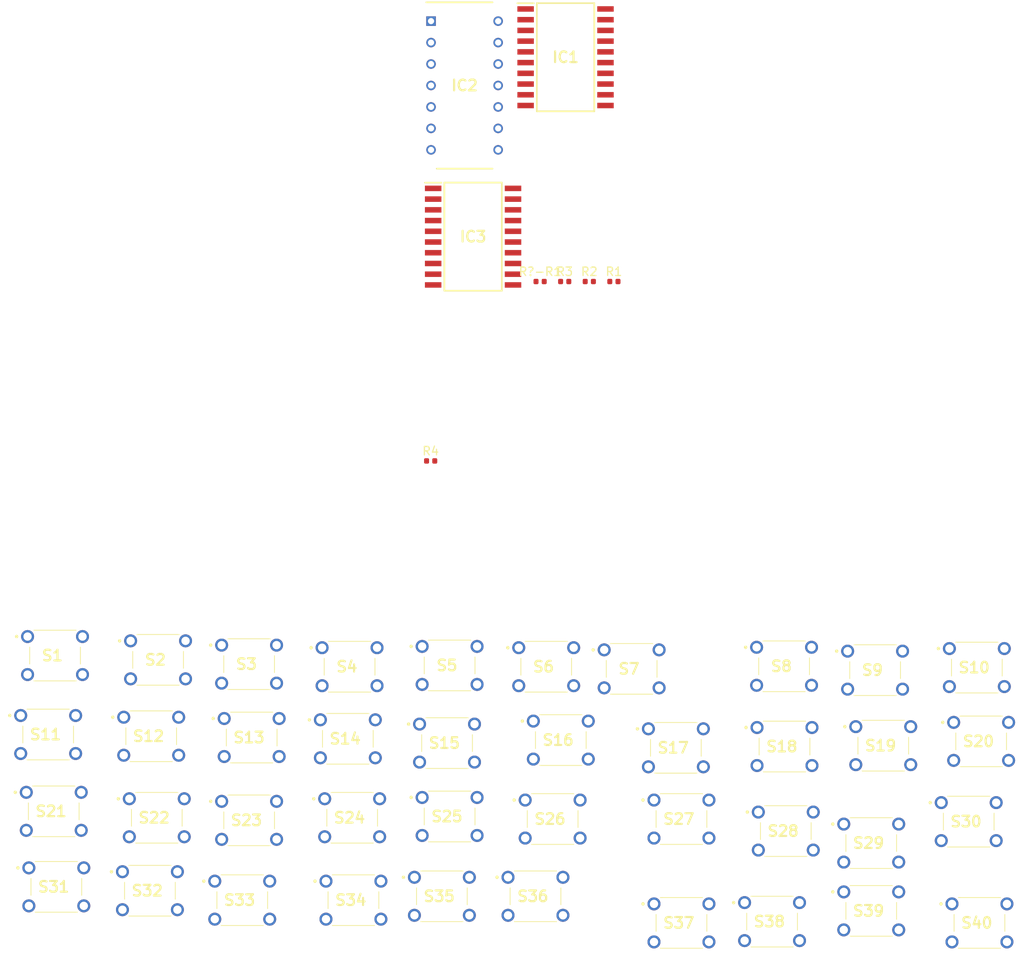
<source format=kicad_pcb>
(kicad_pcb (version 20171130) (host pcbnew "(5.1.6)-1")

  (general
    (thickness 1.6)
    (drawings 0)
    (tracks 0)
    (zones 0)
    (modules 48)
    (nets 23)
  )

  (page A4)
  (layers
    (0 F.Cu signal)
    (31 B.Cu signal)
    (32 B.Adhes user)
    (33 F.Adhes user)
    (34 B.Paste user)
    (35 F.Paste user)
    (36 B.SilkS user)
    (37 F.SilkS user)
    (38 B.Mask user)
    (39 F.Mask user)
    (40 Dwgs.User user)
    (41 Cmts.User user)
    (42 Eco1.User user)
    (43 Eco2.User user)
    (44 Edge.Cuts user)
    (45 Margin user)
    (46 B.CrtYd user)
    (47 F.CrtYd user)
    (48 B.Fab user)
    (49 F.Fab user)
  )

  (setup
    (last_trace_width 0.25)
    (trace_clearance 0.2)
    (zone_clearance 0.508)
    (zone_45_only no)
    (trace_min 0.2)
    (via_size 0.8)
    (via_drill 0.4)
    (via_min_size 0.4)
    (via_min_drill 0.3)
    (uvia_size 0.3)
    (uvia_drill 0.1)
    (uvias_allowed no)
    (uvia_min_size 0.2)
    (uvia_min_drill 0.1)
    (edge_width 0.05)
    (segment_width 0.2)
    (pcb_text_width 0.3)
    (pcb_text_size 1.5 1.5)
    (mod_edge_width 0.12)
    (mod_text_size 1 1)
    (mod_text_width 0.15)
    (pad_size 1.524 1.524)
    (pad_drill 0.762)
    (pad_to_mask_clearance 0.05)
    (aux_axis_origin 0 0)
    (visible_elements FFFFFF7F)
    (pcbplotparams
      (layerselection 0x010fc_ffffffff)
      (usegerberextensions false)
      (usegerberattributes true)
      (usegerberadvancedattributes true)
      (creategerberjobfile true)
      (excludeedgelayer true)
      (linewidth 0.100000)
      (plotframeref false)
      (viasonmask false)
      (mode 1)
      (useauxorigin false)
      (hpglpennumber 1)
      (hpglpenspeed 20)
      (hpglpendiameter 15.000000)
      (psnegative false)
      (psa4output false)
      (plotreference true)
      (plotvalue true)
      (plotinvisibletext false)
      (padsonsilk false)
      (subtractmaskfromsilk false)
      (outputformat 1)
      (mirror false)
      (drillshape 1)
      (scaleselection 1)
      (outputdirectory ""))
  )

  (net 0 "")
  (net 1 +5V)
  (net 2 GND)
  (net 3 /K_A8)
  (net 4 /K_A9)
  (net 5 /K_A10)
  (net 6 /K_A11)
  (net 7 /K_A12)
  (net 8 /K_A13)
  (net 9 /K_A14)
  (net 10 /K_A15)
  (net 11 "Net-(IC2-Pad10)")
  (net 12 /KEY_ENBL)
  (net 13 /K_D0)
  (net 14 /K_D1)
  (net 15 /K_D2)
  (net 16 /K_D3)
  (net 17 /K_D4)
  (net 18 "Net-(IC3-Pad6)")
  (net 19 "Net-(IC3-Pad5)")
  (net 20 "Net-(IC3-Pad4)")
  (net 21 "Net-(IC3-Pad3)")
  (net 22 "Net-(IC3-Pad2)")

  (net_class Default "This is the default net class."
    (clearance 0.2)
    (trace_width 0.25)
    (via_dia 0.8)
    (via_drill 0.4)
    (uvia_dia 0.3)
    (uvia_drill 0.1)
    (add_net +5V)
    (add_net /A0)
    (add_net /A10)
    (add_net /A11)
    (add_net /A12)
    (add_net /A13)
    (add_net /A14)
    (add_net /A15)
    (add_net /A8)
    (add_net /A9)
    (add_net /D0)
    (add_net /D1)
    (add_net /D2)
    (add_net /D3)
    (add_net /D4)
    (add_net /KEY_ENBL)
    (add_net /K_A10)
    (add_net /K_A11)
    (add_net /K_A12)
    (add_net /K_A13)
    (add_net /K_A14)
    (add_net /K_A15)
    (add_net /K_A8)
    (add_net /K_A9)
    (add_net /K_D0)
    (add_net /K_D1)
    (add_net /K_D2)
    (add_net /K_D3)
    (add_net /K_D4)
    (add_net /~IORQ)
    (add_net /~RD)
    (add_net GND)
    (add_net "Net-(IC2-Pad10)")
    (add_net "Net-(IC2-Pad3)")
    (add_net "Net-(IC2-Pad4)")
    (add_net "Net-(IC2-Pad5)")
    (add_net "Net-(IC2-Pad6)")
    (add_net "Net-(IC3-Pad11)")
    (add_net "Net-(IC3-Pad12)")
    (add_net "Net-(IC3-Pad13)")
    (add_net "Net-(IC3-Pad2)")
    (add_net "Net-(IC3-Pad3)")
    (add_net "Net-(IC3-Pad4)")
    (add_net "Net-(IC3-Pad5)")
    (add_net "Net-(IC3-Pad6)")
    (add_net "Net-(IC3-Pad7)")
    (add_net "Net-(IC3-Pad8)")
    (add_net "Net-(IC3-Pad9)")
  )

  (module SamacSys_Parts:118259104 (layer F.Cu) (tedit 0) (tstamp 5F63B17E)
    (at 153.0628 138.43)
    (descr 1-1825910-4-2)
    (tags Switch)
    (path /5F703774)
    (fp_text reference S40 (at 2.935 2.25) (layer F.SilkS)
      (effects (font (size 1.27 1.27) (thickness 0.254)))
    )
    (fp_text value SPACE (at 2.935 2.25) (layer F.SilkS) hide
      (effects (font (size 1.27 1.27) (thickness 0.254)))
    )
    (fp_arc (start -1.3 0) (end -1.3 0.1) (angle 180) (layer F.SilkS) (width 0.2))
    (fp_arc (start -1.3 0) (end -1.3 -0.1) (angle 180) (layer F.SilkS) (width 0.2))
    (fp_text user %R (at 2.935 2.25) (layer F.Fab)
      (effects (font (size 1.27 1.27) (thickness 0.254)))
    )
    (fp_line (start 0.25 -0.75) (end 6.25 -0.75) (layer F.Fab) (width 0.2))
    (fp_line (start 6.25 -0.75) (end 6.25 5.25) (layer F.Fab) (width 0.2))
    (fp_line (start 6.25 5.25) (end 0.25 5.25) (layer F.Fab) (width 0.2))
    (fp_line (start 0.25 5.25) (end 0.25 -0.75) (layer F.Fab) (width 0.2))
    (fp_line (start -2.4 -1.77) (end 8.27 -1.77) (layer F.CrtYd) (width 0.1))
    (fp_line (start 8.27 -1.77) (end 8.27 6.27) (layer F.CrtYd) (width 0.1))
    (fp_line (start 8.27 6.27) (end -2.4 6.27) (layer F.CrtYd) (width 0.1))
    (fp_line (start -2.4 6.27) (end -2.4 -1.77) (layer F.CrtYd) (width 0.1))
    (fp_line (start 0.75 -0.75) (end 5.75 -0.75) (layer F.SilkS) (width 0.1))
    (fp_line (start 0.75 5.25) (end 5.75 5.25) (layer F.SilkS) (width 0.1))
    (fp_line (start 0.25 1.25) (end 0.25 3.25) (layer F.SilkS) (width 0.1))
    (fp_line (start 6.25 1.25) (end 6.25 3.25) (layer F.SilkS) (width 0.1))
    (fp_line (start -1.3 -0.1) (end -1.3 -0.1) (layer F.SilkS) (width 0.2))
    (fp_line (start -1.3 0.1) (end -1.3 0.1) (layer F.SilkS) (width 0.2))
    (pad 4 thru_hole circle (at 6.5 4.5) (size 1.54 1.54) (drill 0.99) (layers *.Cu *.Mask)
      (net 13 /K_D0))
    (pad 3 thru_hole circle (at 0 4.5) (size 1.54 1.54) (drill 0.99) (layers *.Cu *.Mask)
      (net 13 /K_D0))
    (pad 2 thru_hole circle (at 6.5 0) (size 1.54 1.54) (drill 0.99) (layers *.Cu *.Mask)
      (net 10 /K_A15))
    (pad 1 thru_hole circle (at 0 0) (size 1.54 1.54) (drill 0.99) (layers *.Cu *.Mask)
      (net 10 /K_A15))
    (model "D:\\docs\\GitHub\\DIY\\zx\\pentagon 128 portable\\KiCad\\SamacSys_Parts.3dshapes\\1-1825910-4.stp"
      (at (xyz 0 0 0))
      (scale (xyz 1 1 1))
      (rotate (xyz 0 0 0))
    )
  )

  (module SamacSys_Parts:118259104 (layer F.Cu) (tedit 0) (tstamp 5F63B165)
    (at 140.2588 137.0076)
    (descr 1-1825910-4-2)
    (tags Switch)
    (path /5F703764)
    (fp_text reference S39 (at 2.935 2.25) (layer F.SilkS)
      (effects (font (size 1.27 1.27) (thickness 0.254)))
    )
    (fp_text value SYMB (at 2.935 2.25) (layer F.SilkS) hide
      (effects (font (size 1.27 1.27) (thickness 0.254)))
    )
    (fp_arc (start -1.3 0) (end -1.3 0.1) (angle 180) (layer F.SilkS) (width 0.2))
    (fp_arc (start -1.3 0) (end -1.3 -0.1) (angle 180) (layer F.SilkS) (width 0.2))
    (fp_text user %R (at 2.935 2.25) (layer F.Fab)
      (effects (font (size 1.27 1.27) (thickness 0.254)))
    )
    (fp_line (start 0.25 -0.75) (end 6.25 -0.75) (layer F.Fab) (width 0.2))
    (fp_line (start 6.25 -0.75) (end 6.25 5.25) (layer F.Fab) (width 0.2))
    (fp_line (start 6.25 5.25) (end 0.25 5.25) (layer F.Fab) (width 0.2))
    (fp_line (start 0.25 5.25) (end 0.25 -0.75) (layer F.Fab) (width 0.2))
    (fp_line (start -2.4 -1.77) (end 8.27 -1.77) (layer F.CrtYd) (width 0.1))
    (fp_line (start 8.27 -1.77) (end 8.27 6.27) (layer F.CrtYd) (width 0.1))
    (fp_line (start 8.27 6.27) (end -2.4 6.27) (layer F.CrtYd) (width 0.1))
    (fp_line (start -2.4 6.27) (end -2.4 -1.77) (layer F.CrtYd) (width 0.1))
    (fp_line (start 0.75 -0.75) (end 5.75 -0.75) (layer F.SilkS) (width 0.1))
    (fp_line (start 0.75 5.25) (end 5.75 5.25) (layer F.SilkS) (width 0.1))
    (fp_line (start 0.25 1.25) (end 0.25 3.25) (layer F.SilkS) (width 0.1))
    (fp_line (start 6.25 1.25) (end 6.25 3.25) (layer F.SilkS) (width 0.1))
    (fp_line (start -1.3 -0.1) (end -1.3 -0.1) (layer F.SilkS) (width 0.2))
    (fp_line (start -1.3 0.1) (end -1.3 0.1) (layer F.SilkS) (width 0.2))
    (pad 4 thru_hole circle (at 6.5 4.5) (size 1.54 1.54) (drill 0.99) (layers *.Cu *.Mask)
      (net 14 /K_D1))
    (pad 3 thru_hole circle (at 0 4.5) (size 1.54 1.54) (drill 0.99) (layers *.Cu *.Mask)
      (net 14 /K_D1))
    (pad 2 thru_hole circle (at 6.5 0) (size 1.54 1.54) (drill 0.99) (layers *.Cu *.Mask)
      (net 10 /K_A15))
    (pad 1 thru_hole circle (at 0 0) (size 1.54 1.54) (drill 0.99) (layers *.Cu *.Mask)
      (net 10 /K_A15))
    (model "D:\\docs\\GitHub\\DIY\\zx\\pentagon 128 portable\\KiCad\\SamacSys_Parts.3dshapes\\1-1825910-4.stp"
      (at (xyz 0 0 0))
      (scale (xyz 1 1 1))
      (rotate (xyz 0 0 0))
    )
  )

  (module SamacSys_Parts:118259104 (layer F.Cu) (tedit 0) (tstamp 5F63B14C)
    (at 128.524 138.2776)
    (descr 1-1825910-4-2)
    (tags Switch)
    (path /5F703754)
    (fp_text reference S38 (at 2.935 2.25) (layer F.SilkS)
      (effects (font (size 1.27 1.27) (thickness 0.254)))
    )
    (fp_text value M (at 2.935 2.25) (layer F.SilkS) hide
      (effects (font (size 1.27 1.27) (thickness 0.254)))
    )
    (fp_arc (start -1.3 0) (end -1.3 0.1) (angle 180) (layer F.SilkS) (width 0.2))
    (fp_arc (start -1.3 0) (end -1.3 -0.1) (angle 180) (layer F.SilkS) (width 0.2))
    (fp_text user %R (at 2.935 2.25) (layer F.Fab)
      (effects (font (size 1.27 1.27) (thickness 0.254)))
    )
    (fp_line (start 0.25 -0.75) (end 6.25 -0.75) (layer F.Fab) (width 0.2))
    (fp_line (start 6.25 -0.75) (end 6.25 5.25) (layer F.Fab) (width 0.2))
    (fp_line (start 6.25 5.25) (end 0.25 5.25) (layer F.Fab) (width 0.2))
    (fp_line (start 0.25 5.25) (end 0.25 -0.75) (layer F.Fab) (width 0.2))
    (fp_line (start -2.4 -1.77) (end 8.27 -1.77) (layer F.CrtYd) (width 0.1))
    (fp_line (start 8.27 -1.77) (end 8.27 6.27) (layer F.CrtYd) (width 0.1))
    (fp_line (start 8.27 6.27) (end -2.4 6.27) (layer F.CrtYd) (width 0.1))
    (fp_line (start -2.4 6.27) (end -2.4 -1.77) (layer F.CrtYd) (width 0.1))
    (fp_line (start 0.75 -0.75) (end 5.75 -0.75) (layer F.SilkS) (width 0.1))
    (fp_line (start 0.75 5.25) (end 5.75 5.25) (layer F.SilkS) (width 0.1))
    (fp_line (start 0.25 1.25) (end 0.25 3.25) (layer F.SilkS) (width 0.1))
    (fp_line (start 6.25 1.25) (end 6.25 3.25) (layer F.SilkS) (width 0.1))
    (fp_line (start -1.3 -0.1) (end -1.3 -0.1) (layer F.SilkS) (width 0.2))
    (fp_line (start -1.3 0.1) (end -1.3 0.1) (layer F.SilkS) (width 0.2))
    (pad 4 thru_hole circle (at 6.5 4.5) (size 1.54 1.54) (drill 0.99) (layers *.Cu *.Mask)
      (net 15 /K_D2))
    (pad 3 thru_hole circle (at 0 4.5) (size 1.54 1.54) (drill 0.99) (layers *.Cu *.Mask)
      (net 15 /K_D2))
    (pad 2 thru_hole circle (at 6.5 0) (size 1.54 1.54) (drill 0.99) (layers *.Cu *.Mask)
      (net 10 /K_A15))
    (pad 1 thru_hole circle (at 0 0) (size 1.54 1.54) (drill 0.99) (layers *.Cu *.Mask)
      (net 10 /K_A15))
    (model "D:\\docs\\GitHub\\DIY\\zx\\pentagon 128 portable\\KiCad\\SamacSys_Parts.3dshapes\\1-1825910-4.stp"
      (at (xyz 0 0 0))
      (scale (xyz 1 1 1))
      (rotate (xyz 0 0 0))
    )
  )

  (module SamacSys_Parts:118259104 (layer F.Cu) (tedit 0) (tstamp 5F63B133)
    (at 117.8052 138.43)
    (descr 1-1825910-4-2)
    (tags Switch)
    (path /5F703744)
    (fp_text reference S37 (at 2.935 2.25) (layer F.SilkS)
      (effects (font (size 1.27 1.27) (thickness 0.254)))
    )
    (fp_text value N (at 2.935 2.25) (layer F.SilkS) hide
      (effects (font (size 1.27 1.27) (thickness 0.254)))
    )
    (fp_arc (start -1.3 0) (end -1.3 0.1) (angle 180) (layer F.SilkS) (width 0.2))
    (fp_arc (start -1.3 0) (end -1.3 -0.1) (angle 180) (layer F.SilkS) (width 0.2))
    (fp_text user %R (at 2.935 2.25) (layer F.Fab)
      (effects (font (size 1.27 1.27) (thickness 0.254)))
    )
    (fp_line (start 0.25 -0.75) (end 6.25 -0.75) (layer F.Fab) (width 0.2))
    (fp_line (start 6.25 -0.75) (end 6.25 5.25) (layer F.Fab) (width 0.2))
    (fp_line (start 6.25 5.25) (end 0.25 5.25) (layer F.Fab) (width 0.2))
    (fp_line (start 0.25 5.25) (end 0.25 -0.75) (layer F.Fab) (width 0.2))
    (fp_line (start -2.4 -1.77) (end 8.27 -1.77) (layer F.CrtYd) (width 0.1))
    (fp_line (start 8.27 -1.77) (end 8.27 6.27) (layer F.CrtYd) (width 0.1))
    (fp_line (start 8.27 6.27) (end -2.4 6.27) (layer F.CrtYd) (width 0.1))
    (fp_line (start -2.4 6.27) (end -2.4 -1.77) (layer F.CrtYd) (width 0.1))
    (fp_line (start 0.75 -0.75) (end 5.75 -0.75) (layer F.SilkS) (width 0.1))
    (fp_line (start 0.75 5.25) (end 5.75 5.25) (layer F.SilkS) (width 0.1))
    (fp_line (start 0.25 1.25) (end 0.25 3.25) (layer F.SilkS) (width 0.1))
    (fp_line (start 6.25 1.25) (end 6.25 3.25) (layer F.SilkS) (width 0.1))
    (fp_line (start -1.3 -0.1) (end -1.3 -0.1) (layer F.SilkS) (width 0.2))
    (fp_line (start -1.3 0.1) (end -1.3 0.1) (layer F.SilkS) (width 0.2))
    (pad 4 thru_hole circle (at 6.5 4.5) (size 1.54 1.54) (drill 0.99) (layers *.Cu *.Mask)
      (net 16 /K_D3))
    (pad 3 thru_hole circle (at 0 4.5) (size 1.54 1.54) (drill 0.99) (layers *.Cu *.Mask)
      (net 16 /K_D3))
    (pad 2 thru_hole circle (at 6.5 0) (size 1.54 1.54) (drill 0.99) (layers *.Cu *.Mask)
      (net 10 /K_A15))
    (pad 1 thru_hole circle (at 0 0) (size 1.54 1.54) (drill 0.99) (layers *.Cu *.Mask)
      (net 10 /K_A15))
    (model "D:\\docs\\GitHub\\DIY\\zx\\pentagon 128 portable\\KiCad\\SamacSys_Parts.3dshapes\\1-1825910-4.stp"
      (at (xyz 0 0 0))
      (scale (xyz 1 1 1))
      (rotate (xyz 0 0 0))
    )
  )

  (module SamacSys_Parts:118259104 (layer F.Cu) (tedit 0) (tstamp 5F63B11A)
    (at 100.5332 135.2804)
    (descr 1-1825910-4-2)
    (tags Switch)
    (path /5F703784)
    (fp_text reference S36 (at 2.935 2.25) (layer F.SilkS)
      (effects (font (size 1.27 1.27) (thickness 0.254)))
    )
    (fp_text value B (at 2.935 2.25) (layer F.SilkS) hide
      (effects (font (size 1.27 1.27) (thickness 0.254)))
    )
    (fp_arc (start -1.3 0) (end -1.3 0.1) (angle 180) (layer F.SilkS) (width 0.2))
    (fp_arc (start -1.3 0) (end -1.3 -0.1) (angle 180) (layer F.SilkS) (width 0.2))
    (fp_text user %R (at 2.935 2.25) (layer F.Fab)
      (effects (font (size 1.27 1.27) (thickness 0.254)))
    )
    (fp_line (start 0.25 -0.75) (end 6.25 -0.75) (layer F.Fab) (width 0.2))
    (fp_line (start 6.25 -0.75) (end 6.25 5.25) (layer F.Fab) (width 0.2))
    (fp_line (start 6.25 5.25) (end 0.25 5.25) (layer F.Fab) (width 0.2))
    (fp_line (start 0.25 5.25) (end 0.25 -0.75) (layer F.Fab) (width 0.2))
    (fp_line (start -2.4 -1.77) (end 8.27 -1.77) (layer F.CrtYd) (width 0.1))
    (fp_line (start 8.27 -1.77) (end 8.27 6.27) (layer F.CrtYd) (width 0.1))
    (fp_line (start 8.27 6.27) (end -2.4 6.27) (layer F.CrtYd) (width 0.1))
    (fp_line (start -2.4 6.27) (end -2.4 -1.77) (layer F.CrtYd) (width 0.1))
    (fp_line (start 0.75 -0.75) (end 5.75 -0.75) (layer F.SilkS) (width 0.1))
    (fp_line (start 0.75 5.25) (end 5.75 5.25) (layer F.SilkS) (width 0.1))
    (fp_line (start 0.25 1.25) (end 0.25 3.25) (layer F.SilkS) (width 0.1))
    (fp_line (start 6.25 1.25) (end 6.25 3.25) (layer F.SilkS) (width 0.1))
    (fp_line (start -1.3 -0.1) (end -1.3 -0.1) (layer F.SilkS) (width 0.2))
    (fp_line (start -1.3 0.1) (end -1.3 0.1) (layer F.SilkS) (width 0.2))
    (pad 4 thru_hole circle (at 6.5 4.5) (size 1.54 1.54) (drill 0.99) (layers *.Cu *.Mask)
      (net 17 /K_D4))
    (pad 3 thru_hole circle (at 0 4.5) (size 1.54 1.54) (drill 0.99) (layers *.Cu *.Mask)
      (net 17 /K_D4))
    (pad 2 thru_hole circle (at 6.5 0) (size 1.54 1.54) (drill 0.99) (layers *.Cu *.Mask)
      (net 10 /K_A15))
    (pad 1 thru_hole circle (at 0 0) (size 1.54 1.54) (drill 0.99) (layers *.Cu *.Mask)
      (net 10 /K_A15))
    (model "D:\\docs\\GitHub\\DIY\\zx\\pentagon 128 portable\\KiCad\\SamacSys_Parts.3dshapes\\1-1825910-4.stp"
      (at (xyz 0 0 0))
      (scale (xyz 1 1 1))
      (rotate (xyz 0 0 0))
    )
  )

  (module SamacSys_Parts:118259104 (layer F.Cu) (tedit 0) (tstamp 5F63B101)
    (at 89.4588 135.2804)
    (descr 1-1825910-4-2)
    (tags Switch)
    (path /5F70371A)
    (fp_text reference S35 (at 2.935 2.25) (layer F.SilkS)
      (effects (font (size 1.27 1.27) (thickness 0.254)))
    )
    (fp_text value V (at 2.935 2.25) (layer F.SilkS) hide
      (effects (font (size 1.27 1.27) (thickness 0.254)))
    )
    (fp_arc (start -1.3 0) (end -1.3 0.1) (angle 180) (layer F.SilkS) (width 0.2))
    (fp_arc (start -1.3 0) (end -1.3 -0.1) (angle 180) (layer F.SilkS) (width 0.2))
    (fp_text user %R (at 2.935 2.25) (layer F.Fab)
      (effects (font (size 1.27 1.27) (thickness 0.254)))
    )
    (fp_line (start 0.25 -0.75) (end 6.25 -0.75) (layer F.Fab) (width 0.2))
    (fp_line (start 6.25 -0.75) (end 6.25 5.25) (layer F.Fab) (width 0.2))
    (fp_line (start 6.25 5.25) (end 0.25 5.25) (layer F.Fab) (width 0.2))
    (fp_line (start 0.25 5.25) (end 0.25 -0.75) (layer F.Fab) (width 0.2))
    (fp_line (start -2.4 -1.77) (end 8.27 -1.77) (layer F.CrtYd) (width 0.1))
    (fp_line (start 8.27 -1.77) (end 8.27 6.27) (layer F.CrtYd) (width 0.1))
    (fp_line (start 8.27 6.27) (end -2.4 6.27) (layer F.CrtYd) (width 0.1))
    (fp_line (start -2.4 6.27) (end -2.4 -1.77) (layer F.CrtYd) (width 0.1))
    (fp_line (start 0.75 -0.75) (end 5.75 -0.75) (layer F.SilkS) (width 0.1))
    (fp_line (start 0.75 5.25) (end 5.75 5.25) (layer F.SilkS) (width 0.1))
    (fp_line (start 0.25 1.25) (end 0.25 3.25) (layer F.SilkS) (width 0.1))
    (fp_line (start 6.25 1.25) (end 6.25 3.25) (layer F.SilkS) (width 0.1))
    (fp_line (start -1.3 -0.1) (end -1.3 -0.1) (layer F.SilkS) (width 0.2))
    (fp_line (start -1.3 0.1) (end -1.3 0.1) (layer F.SilkS) (width 0.2))
    (pad 4 thru_hole circle (at 6.5 4.5) (size 1.54 1.54) (drill 0.99) (layers *.Cu *.Mask)
      (net 17 /K_D4))
    (pad 3 thru_hole circle (at 0 4.5) (size 1.54 1.54) (drill 0.99) (layers *.Cu *.Mask)
      (net 17 /K_D4))
    (pad 2 thru_hole circle (at 6.5 0) (size 1.54 1.54) (drill 0.99) (layers *.Cu *.Mask)
      (net 3 /K_A8))
    (pad 1 thru_hole circle (at 0 0) (size 1.54 1.54) (drill 0.99) (layers *.Cu *.Mask)
      (net 3 /K_A8))
    (model "D:\\docs\\GitHub\\DIY\\zx\\pentagon 128 portable\\KiCad\\SamacSys_Parts.3dshapes\\1-1825910-4.stp"
      (at (xyz 0 0 0))
      (scale (xyz 1 1 1))
      (rotate (xyz 0 0 0))
    )
  )

  (module SamacSys_Parts:118259104 (layer F.Cu) (tedit 0) (tstamp 5F63B0E8)
    (at 78.994 135.7376)
    (descr 1-1825910-4-2)
    (tags Switch)
    (path /5F70370A)
    (fp_text reference S34 (at 2.935 2.25) (layer F.SilkS)
      (effects (font (size 1.27 1.27) (thickness 0.254)))
    )
    (fp_text value C (at 2.935 2.25) (layer F.SilkS) hide
      (effects (font (size 1.27 1.27) (thickness 0.254)))
    )
    (fp_arc (start -1.3 0) (end -1.3 0.1) (angle 180) (layer F.SilkS) (width 0.2))
    (fp_arc (start -1.3 0) (end -1.3 -0.1) (angle 180) (layer F.SilkS) (width 0.2))
    (fp_text user %R (at 2.935 2.25) (layer F.Fab)
      (effects (font (size 1.27 1.27) (thickness 0.254)))
    )
    (fp_line (start 0.25 -0.75) (end 6.25 -0.75) (layer F.Fab) (width 0.2))
    (fp_line (start 6.25 -0.75) (end 6.25 5.25) (layer F.Fab) (width 0.2))
    (fp_line (start 6.25 5.25) (end 0.25 5.25) (layer F.Fab) (width 0.2))
    (fp_line (start 0.25 5.25) (end 0.25 -0.75) (layer F.Fab) (width 0.2))
    (fp_line (start -2.4 -1.77) (end 8.27 -1.77) (layer F.CrtYd) (width 0.1))
    (fp_line (start 8.27 -1.77) (end 8.27 6.27) (layer F.CrtYd) (width 0.1))
    (fp_line (start 8.27 6.27) (end -2.4 6.27) (layer F.CrtYd) (width 0.1))
    (fp_line (start -2.4 6.27) (end -2.4 -1.77) (layer F.CrtYd) (width 0.1))
    (fp_line (start 0.75 -0.75) (end 5.75 -0.75) (layer F.SilkS) (width 0.1))
    (fp_line (start 0.75 5.25) (end 5.75 5.25) (layer F.SilkS) (width 0.1))
    (fp_line (start 0.25 1.25) (end 0.25 3.25) (layer F.SilkS) (width 0.1))
    (fp_line (start 6.25 1.25) (end 6.25 3.25) (layer F.SilkS) (width 0.1))
    (fp_line (start -1.3 -0.1) (end -1.3 -0.1) (layer F.SilkS) (width 0.2))
    (fp_line (start -1.3 0.1) (end -1.3 0.1) (layer F.SilkS) (width 0.2))
    (pad 4 thru_hole circle (at 6.5 4.5) (size 1.54 1.54) (drill 0.99) (layers *.Cu *.Mask)
      (net 16 /K_D3))
    (pad 3 thru_hole circle (at 0 4.5) (size 1.54 1.54) (drill 0.99) (layers *.Cu *.Mask)
      (net 16 /K_D3))
    (pad 2 thru_hole circle (at 6.5 0) (size 1.54 1.54) (drill 0.99) (layers *.Cu *.Mask)
      (net 3 /K_A8))
    (pad 1 thru_hole circle (at 0 0) (size 1.54 1.54) (drill 0.99) (layers *.Cu *.Mask)
      (net 3 /K_A8))
    (model "D:\\docs\\GitHub\\DIY\\zx\\pentagon 128 portable\\KiCad\\SamacSys_Parts.3dshapes\\1-1825910-4.stp"
      (at (xyz 0 0 0))
      (scale (xyz 1 1 1))
      (rotate (xyz 0 0 0))
    )
  )

  (module SamacSys_Parts:118259104 (layer F.Cu) (tedit 0) (tstamp 5F63B0CF)
    (at 65.8368 135.7376)
    (descr 1-1825910-4-2)
    (tags Switch)
    (path /5F7036FA)
    (fp_text reference S33 (at 2.935 2.25) (layer F.SilkS)
      (effects (font (size 1.27 1.27) (thickness 0.254)))
    )
    (fp_text value X (at 2.935 2.25) (layer F.SilkS) hide
      (effects (font (size 1.27 1.27) (thickness 0.254)))
    )
    (fp_arc (start -1.3 0) (end -1.3 0.1) (angle 180) (layer F.SilkS) (width 0.2))
    (fp_arc (start -1.3 0) (end -1.3 -0.1) (angle 180) (layer F.SilkS) (width 0.2))
    (fp_text user %R (at 2.935 2.25) (layer F.Fab)
      (effects (font (size 1.27 1.27) (thickness 0.254)))
    )
    (fp_line (start 0.25 -0.75) (end 6.25 -0.75) (layer F.Fab) (width 0.2))
    (fp_line (start 6.25 -0.75) (end 6.25 5.25) (layer F.Fab) (width 0.2))
    (fp_line (start 6.25 5.25) (end 0.25 5.25) (layer F.Fab) (width 0.2))
    (fp_line (start 0.25 5.25) (end 0.25 -0.75) (layer F.Fab) (width 0.2))
    (fp_line (start -2.4 -1.77) (end 8.27 -1.77) (layer F.CrtYd) (width 0.1))
    (fp_line (start 8.27 -1.77) (end 8.27 6.27) (layer F.CrtYd) (width 0.1))
    (fp_line (start 8.27 6.27) (end -2.4 6.27) (layer F.CrtYd) (width 0.1))
    (fp_line (start -2.4 6.27) (end -2.4 -1.77) (layer F.CrtYd) (width 0.1))
    (fp_line (start 0.75 -0.75) (end 5.75 -0.75) (layer F.SilkS) (width 0.1))
    (fp_line (start 0.75 5.25) (end 5.75 5.25) (layer F.SilkS) (width 0.1))
    (fp_line (start 0.25 1.25) (end 0.25 3.25) (layer F.SilkS) (width 0.1))
    (fp_line (start 6.25 1.25) (end 6.25 3.25) (layer F.SilkS) (width 0.1))
    (fp_line (start -1.3 -0.1) (end -1.3 -0.1) (layer F.SilkS) (width 0.2))
    (fp_line (start -1.3 0.1) (end -1.3 0.1) (layer F.SilkS) (width 0.2))
    (pad 4 thru_hole circle (at 6.5 4.5) (size 1.54 1.54) (drill 0.99) (layers *.Cu *.Mask)
      (net 15 /K_D2))
    (pad 3 thru_hole circle (at 0 4.5) (size 1.54 1.54) (drill 0.99) (layers *.Cu *.Mask)
      (net 15 /K_D2))
    (pad 2 thru_hole circle (at 6.5 0) (size 1.54 1.54) (drill 0.99) (layers *.Cu *.Mask)
      (net 3 /K_A8))
    (pad 1 thru_hole circle (at 0 0) (size 1.54 1.54) (drill 0.99) (layers *.Cu *.Mask)
      (net 3 /K_A8))
    (model "D:\\docs\\GitHub\\DIY\\zx\\pentagon 128 portable\\KiCad\\SamacSys_Parts.3dshapes\\1-1825910-4.stp"
      (at (xyz 0 0 0))
      (scale (xyz 1 1 1))
      (rotate (xyz 0 0 0))
    )
  )

  (module SamacSys_Parts:118259104 (layer F.Cu) (tedit 0) (tstamp 5F63B0B6)
    (at 54.9148 134.62)
    (descr 1-1825910-4-2)
    (tags Switch)
    (path /5F7036EA)
    (fp_text reference S32 (at 2.935 2.25) (layer F.SilkS)
      (effects (font (size 1.27 1.27) (thickness 0.254)))
    )
    (fp_text value Z (at 2.935 2.25) (layer F.SilkS) hide
      (effects (font (size 1.27 1.27) (thickness 0.254)))
    )
    (fp_arc (start -1.3 0) (end -1.3 0.1) (angle 180) (layer F.SilkS) (width 0.2))
    (fp_arc (start -1.3 0) (end -1.3 -0.1) (angle 180) (layer F.SilkS) (width 0.2))
    (fp_text user %R (at 2.935 2.25) (layer F.Fab)
      (effects (font (size 1.27 1.27) (thickness 0.254)))
    )
    (fp_line (start 0.25 -0.75) (end 6.25 -0.75) (layer F.Fab) (width 0.2))
    (fp_line (start 6.25 -0.75) (end 6.25 5.25) (layer F.Fab) (width 0.2))
    (fp_line (start 6.25 5.25) (end 0.25 5.25) (layer F.Fab) (width 0.2))
    (fp_line (start 0.25 5.25) (end 0.25 -0.75) (layer F.Fab) (width 0.2))
    (fp_line (start -2.4 -1.77) (end 8.27 -1.77) (layer F.CrtYd) (width 0.1))
    (fp_line (start 8.27 -1.77) (end 8.27 6.27) (layer F.CrtYd) (width 0.1))
    (fp_line (start 8.27 6.27) (end -2.4 6.27) (layer F.CrtYd) (width 0.1))
    (fp_line (start -2.4 6.27) (end -2.4 -1.77) (layer F.CrtYd) (width 0.1))
    (fp_line (start 0.75 -0.75) (end 5.75 -0.75) (layer F.SilkS) (width 0.1))
    (fp_line (start 0.75 5.25) (end 5.75 5.25) (layer F.SilkS) (width 0.1))
    (fp_line (start 0.25 1.25) (end 0.25 3.25) (layer F.SilkS) (width 0.1))
    (fp_line (start 6.25 1.25) (end 6.25 3.25) (layer F.SilkS) (width 0.1))
    (fp_line (start -1.3 -0.1) (end -1.3 -0.1) (layer F.SilkS) (width 0.2))
    (fp_line (start -1.3 0.1) (end -1.3 0.1) (layer F.SilkS) (width 0.2))
    (pad 4 thru_hole circle (at 6.5 4.5) (size 1.54 1.54) (drill 0.99) (layers *.Cu *.Mask)
      (net 14 /K_D1))
    (pad 3 thru_hole circle (at 0 4.5) (size 1.54 1.54) (drill 0.99) (layers *.Cu *.Mask)
      (net 14 /K_D1))
    (pad 2 thru_hole circle (at 6.5 0) (size 1.54 1.54) (drill 0.99) (layers *.Cu *.Mask)
      (net 3 /K_A8))
    (pad 1 thru_hole circle (at 0 0) (size 1.54 1.54) (drill 0.99) (layers *.Cu *.Mask)
      (net 3 /K_A8))
    (model "D:\\docs\\GitHub\\DIY\\zx\\pentagon 128 portable\\KiCad\\SamacSys_Parts.3dshapes\\1-1825910-4.stp"
      (at (xyz 0 0 0))
      (scale (xyz 1 1 1))
      (rotate (xyz 0 0 0))
    )
  )

  (module SamacSys_Parts:118259104 (layer F.Cu) (tedit 0) (tstamp 5F63B09D)
    (at 43.8404 134.1628)
    (descr 1-1825910-4-2)
    (tags Switch)
    (path /5F70372A)
    (fp_text reference S31 (at 2.935 2.25) (layer F.SilkS)
      (effects (font (size 1.27 1.27) (thickness 0.254)))
    )
    (fp_text value CAPS (at 2.935 2.25) (layer F.SilkS) hide
      (effects (font (size 1.27 1.27) (thickness 0.254)))
    )
    (fp_arc (start -1.3 0) (end -1.3 0.1) (angle 180) (layer F.SilkS) (width 0.2))
    (fp_arc (start -1.3 0) (end -1.3 -0.1) (angle 180) (layer F.SilkS) (width 0.2))
    (fp_text user %R (at 2.935 2.25) (layer F.Fab)
      (effects (font (size 1.27 1.27) (thickness 0.254)))
    )
    (fp_line (start 0.25 -0.75) (end 6.25 -0.75) (layer F.Fab) (width 0.2))
    (fp_line (start 6.25 -0.75) (end 6.25 5.25) (layer F.Fab) (width 0.2))
    (fp_line (start 6.25 5.25) (end 0.25 5.25) (layer F.Fab) (width 0.2))
    (fp_line (start 0.25 5.25) (end 0.25 -0.75) (layer F.Fab) (width 0.2))
    (fp_line (start -2.4 -1.77) (end 8.27 -1.77) (layer F.CrtYd) (width 0.1))
    (fp_line (start 8.27 -1.77) (end 8.27 6.27) (layer F.CrtYd) (width 0.1))
    (fp_line (start 8.27 6.27) (end -2.4 6.27) (layer F.CrtYd) (width 0.1))
    (fp_line (start -2.4 6.27) (end -2.4 -1.77) (layer F.CrtYd) (width 0.1))
    (fp_line (start 0.75 -0.75) (end 5.75 -0.75) (layer F.SilkS) (width 0.1))
    (fp_line (start 0.75 5.25) (end 5.75 5.25) (layer F.SilkS) (width 0.1))
    (fp_line (start 0.25 1.25) (end 0.25 3.25) (layer F.SilkS) (width 0.1))
    (fp_line (start 6.25 1.25) (end 6.25 3.25) (layer F.SilkS) (width 0.1))
    (fp_line (start -1.3 -0.1) (end -1.3 -0.1) (layer F.SilkS) (width 0.2))
    (fp_line (start -1.3 0.1) (end -1.3 0.1) (layer F.SilkS) (width 0.2))
    (pad 4 thru_hole circle (at 6.5 4.5) (size 1.54 1.54) (drill 0.99) (layers *.Cu *.Mask)
      (net 13 /K_D0))
    (pad 3 thru_hole circle (at 0 4.5) (size 1.54 1.54) (drill 0.99) (layers *.Cu *.Mask)
      (net 13 /K_D0))
    (pad 2 thru_hole circle (at 6.5 0) (size 1.54 1.54) (drill 0.99) (layers *.Cu *.Mask)
      (net 3 /K_A8))
    (pad 1 thru_hole circle (at 0 0) (size 1.54 1.54) (drill 0.99) (layers *.Cu *.Mask)
      (net 3 /K_A8))
    (model "D:\\docs\\GitHub\\DIY\\zx\\pentagon 128 portable\\KiCad\\SamacSys_Parts.3dshapes\\1-1825910-4.stp"
      (at (xyz 0 0 0))
      (scale (xyz 1 1 1))
      (rotate (xyz 0 0 0))
    )
  )

  (module SamacSys_Parts:118259104 (layer F.Cu) (tedit 0) (tstamp 5F63B084)
    (at 151.7928 126.4412)
    (descr 1-1825910-4-2)
    (tags Switch)
    (path /5F7036C0)
    (fp_text reference S30 (at 2.935 2.25) (layer F.SilkS)
      (effects (font (size 1.27 1.27) (thickness 0.254)))
    )
    (fp_text value ENTER (at 2.935 2.25) (layer F.SilkS) hide
      (effects (font (size 1.27 1.27) (thickness 0.254)))
    )
    (fp_arc (start -1.3 0) (end -1.3 0.1) (angle 180) (layer F.SilkS) (width 0.2))
    (fp_arc (start -1.3 0) (end -1.3 -0.1) (angle 180) (layer F.SilkS) (width 0.2))
    (fp_text user %R (at 2.935 2.25) (layer F.Fab)
      (effects (font (size 1.27 1.27) (thickness 0.254)))
    )
    (fp_line (start 0.25 -0.75) (end 6.25 -0.75) (layer F.Fab) (width 0.2))
    (fp_line (start 6.25 -0.75) (end 6.25 5.25) (layer F.Fab) (width 0.2))
    (fp_line (start 6.25 5.25) (end 0.25 5.25) (layer F.Fab) (width 0.2))
    (fp_line (start 0.25 5.25) (end 0.25 -0.75) (layer F.Fab) (width 0.2))
    (fp_line (start -2.4 -1.77) (end 8.27 -1.77) (layer F.CrtYd) (width 0.1))
    (fp_line (start 8.27 -1.77) (end 8.27 6.27) (layer F.CrtYd) (width 0.1))
    (fp_line (start 8.27 6.27) (end -2.4 6.27) (layer F.CrtYd) (width 0.1))
    (fp_line (start -2.4 6.27) (end -2.4 -1.77) (layer F.CrtYd) (width 0.1))
    (fp_line (start 0.75 -0.75) (end 5.75 -0.75) (layer F.SilkS) (width 0.1))
    (fp_line (start 0.75 5.25) (end 5.75 5.25) (layer F.SilkS) (width 0.1))
    (fp_line (start 0.25 1.25) (end 0.25 3.25) (layer F.SilkS) (width 0.1))
    (fp_line (start 6.25 1.25) (end 6.25 3.25) (layer F.SilkS) (width 0.1))
    (fp_line (start -1.3 -0.1) (end -1.3 -0.1) (layer F.SilkS) (width 0.2))
    (fp_line (start -1.3 0.1) (end -1.3 0.1) (layer F.SilkS) (width 0.2))
    (pad 4 thru_hole circle (at 6.5 4.5) (size 1.54 1.54) (drill 0.99) (layers *.Cu *.Mask)
      (net 13 /K_D0))
    (pad 3 thru_hole circle (at 0 4.5) (size 1.54 1.54) (drill 0.99) (layers *.Cu *.Mask)
      (net 13 /K_D0))
    (pad 2 thru_hole circle (at 6.5 0) (size 1.54 1.54) (drill 0.99) (layers *.Cu *.Mask)
      (net 9 /K_A14))
    (pad 1 thru_hole circle (at 0 0) (size 1.54 1.54) (drill 0.99) (layers *.Cu *.Mask)
      (net 9 /K_A14))
    (model "D:\\docs\\GitHub\\DIY\\zx\\pentagon 128 portable\\KiCad\\SamacSys_Parts.3dshapes\\1-1825910-4.stp"
      (at (xyz 0 0 0))
      (scale (xyz 1 1 1))
      (rotate (xyz 0 0 0))
    )
  )

  (module SamacSys_Parts:118259104 (layer F.Cu) (tedit 0) (tstamp 5F63B06B)
    (at 140.2588 128.9812)
    (descr 1-1825910-4-2)
    (tags Switch)
    (path /5F7036B0)
    (fp_text reference S29 (at 2.935 2.25) (layer F.SilkS)
      (effects (font (size 1.27 1.27) (thickness 0.254)))
    )
    (fp_text value L (at 2.935 2.25) (layer F.SilkS) hide
      (effects (font (size 1.27 1.27) (thickness 0.254)))
    )
    (fp_arc (start -1.3 0) (end -1.3 0.1) (angle 180) (layer F.SilkS) (width 0.2))
    (fp_arc (start -1.3 0) (end -1.3 -0.1) (angle 180) (layer F.SilkS) (width 0.2))
    (fp_text user %R (at 2.935 2.25) (layer F.Fab)
      (effects (font (size 1.27 1.27) (thickness 0.254)))
    )
    (fp_line (start 0.25 -0.75) (end 6.25 -0.75) (layer F.Fab) (width 0.2))
    (fp_line (start 6.25 -0.75) (end 6.25 5.25) (layer F.Fab) (width 0.2))
    (fp_line (start 6.25 5.25) (end 0.25 5.25) (layer F.Fab) (width 0.2))
    (fp_line (start 0.25 5.25) (end 0.25 -0.75) (layer F.Fab) (width 0.2))
    (fp_line (start -2.4 -1.77) (end 8.27 -1.77) (layer F.CrtYd) (width 0.1))
    (fp_line (start 8.27 -1.77) (end 8.27 6.27) (layer F.CrtYd) (width 0.1))
    (fp_line (start 8.27 6.27) (end -2.4 6.27) (layer F.CrtYd) (width 0.1))
    (fp_line (start -2.4 6.27) (end -2.4 -1.77) (layer F.CrtYd) (width 0.1))
    (fp_line (start 0.75 -0.75) (end 5.75 -0.75) (layer F.SilkS) (width 0.1))
    (fp_line (start 0.75 5.25) (end 5.75 5.25) (layer F.SilkS) (width 0.1))
    (fp_line (start 0.25 1.25) (end 0.25 3.25) (layer F.SilkS) (width 0.1))
    (fp_line (start 6.25 1.25) (end 6.25 3.25) (layer F.SilkS) (width 0.1))
    (fp_line (start -1.3 -0.1) (end -1.3 -0.1) (layer F.SilkS) (width 0.2))
    (fp_line (start -1.3 0.1) (end -1.3 0.1) (layer F.SilkS) (width 0.2))
    (pad 4 thru_hole circle (at 6.5 4.5) (size 1.54 1.54) (drill 0.99) (layers *.Cu *.Mask)
      (net 14 /K_D1))
    (pad 3 thru_hole circle (at 0 4.5) (size 1.54 1.54) (drill 0.99) (layers *.Cu *.Mask)
      (net 14 /K_D1))
    (pad 2 thru_hole circle (at 6.5 0) (size 1.54 1.54) (drill 0.99) (layers *.Cu *.Mask)
      (net 9 /K_A14))
    (pad 1 thru_hole circle (at 0 0) (size 1.54 1.54) (drill 0.99) (layers *.Cu *.Mask)
      (net 9 /K_A14))
    (model "D:\\docs\\GitHub\\DIY\\zx\\pentagon 128 portable\\KiCad\\SamacSys_Parts.3dshapes\\1-1825910-4.stp"
      (at (xyz 0 0 0))
      (scale (xyz 1 1 1))
      (rotate (xyz 0 0 0))
    )
  )

  (module SamacSys_Parts:118259104 (layer F.Cu) (tedit 0) (tstamp 5F63B052)
    (at 130.1496 127.5588)
    (descr 1-1825910-4-2)
    (tags Switch)
    (path /5F7036A0)
    (fp_text reference S28 (at 2.935 2.25) (layer F.SilkS)
      (effects (font (size 1.27 1.27) (thickness 0.254)))
    )
    (fp_text value K (at 2.935 2.25) (layer F.SilkS) hide
      (effects (font (size 1.27 1.27) (thickness 0.254)))
    )
    (fp_arc (start -1.3 0) (end -1.3 0.1) (angle 180) (layer F.SilkS) (width 0.2))
    (fp_arc (start -1.3 0) (end -1.3 -0.1) (angle 180) (layer F.SilkS) (width 0.2))
    (fp_text user %R (at 2.935 2.25) (layer F.Fab)
      (effects (font (size 1.27 1.27) (thickness 0.254)))
    )
    (fp_line (start 0.25 -0.75) (end 6.25 -0.75) (layer F.Fab) (width 0.2))
    (fp_line (start 6.25 -0.75) (end 6.25 5.25) (layer F.Fab) (width 0.2))
    (fp_line (start 6.25 5.25) (end 0.25 5.25) (layer F.Fab) (width 0.2))
    (fp_line (start 0.25 5.25) (end 0.25 -0.75) (layer F.Fab) (width 0.2))
    (fp_line (start -2.4 -1.77) (end 8.27 -1.77) (layer F.CrtYd) (width 0.1))
    (fp_line (start 8.27 -1.77) (end 8.27 6.27) (layer F.CrtYd) (width 0.1))
    (fp_line (start 8.27 6.27) (end -2.4 6.27) (layer F.CrtYd) (width 0.1))
    (fp_line (start -2.4 6.27) (end -2.4 -1.77) (layer F.CrtYd) (width 0.1))
    (fp_line (start 0.75 -0.75) (end 5.75 -0.75) (layer F.SilkS) (width 0.1))
    (fp_line (start 0.75 5.25) (end 5.75 5.25) (layer F.SilkS) (width 0.1))
    (fp_line (start 0.25 1.25) (end 0.25 3.25) (layer F.SilkS) (width 0.1))
    (fp_line (start 6.25 1.25) (end 6.25 3.25) (layer F.SilkS) (width 0.1))
    (fp_line (start -1.3 -0.1) (end -1.3 -0.1) (layer F.SilkS) (width 0.2))
    (fp_line (start -1.3 0.1) (end -1.3 0.1) (layer F.SilkS) (width 0.2))
    (pad 4 thru_hole circle (at 6.5 4.5) (size 1.54 1.54) (drill 0.99) (layers *.Cu *.Mask)
      (net 15 /K_D2))
    (pad 3 thru_hole circle (at 0 4.5) (size 1.54 1.54) (drill 0.99) (layers *.Cu *.Mask)
      (net 15 /K_D2))
    (pad 2 thru_hole circle (at 6.5 0) (size 1.54 1.54) (drill 0.99) (layers *.Cu *.Mask)
      (net 9 /K_A14))
    (pad 1 thru_hole circle (at 0 0) (size 1.54 1.54) (drill 0.99) (layers *.Cu *.Mask)
      (net 9 /K_A14))
    (model "D:\\docs\\GitHub\\DIY\\zx\\pentagon 128 portable\\KiCad\\SamacSys_Parts.3dshapes\\1-1825910-4.stp"
      (at (xyz 0 0 0))
      (scale (xyz 1 1 1))
      (rotate (xyz 0 0 0))
    )
  )

  (module SamacSys_Parts:118259104 (layer F.Cu) (tedit 0) (tstamp 5F63B039)
    (at 117.8052 126.1364)
    (descr 1-1825910-4-2)
    (tags Switch)
    (path /5F703690)
    (fp_text reference S27 (at 2.935 2.25) (layer F.SilkS)
      (effects (font (size 1.27 1.27) (thickness 0.254)))
    )
    (fp_text value J (at 2.935 2.25) (layer F.SilkS) hide
      (effects (font (size 1.27 1.27) (thickness 0.254)))
    )
    (fp_arc (start -1.3 0) (end -1.3 0.1) (angle 180) (layer F.SilkS) (width 0.2))
    (fp_arc (start -1.3 0) (end -1.3 -0.1) (angle 180) (layer F.SilkS) (width 0.2))
    (fp_text user %R (at 2.935 2.25) (layer F.Fab)
      (effects (font (size 1.27 1.27) (thickness 0.254)))
    )
    (fp_line (start 0.25 -0.75) (end 6.25 -0.75) (layer F.Fab) (width 0.2))
    (fp_line (start 6.25 -0.75) (end 6.25 5.25) (layer F.Fab) (width 0.2))
    (fp_line (start 6.25 5.25) (end 0.25 5.25) (layer F.Fab) (width 0.2))
    (fp_line (start 0.25 5.25) (end 0.25 -0.75) (layer F.Fab) (width 0.2))
    (fp_line (start -2.4 -1.77) (end 8.27 -1.77) (layer F.CrtYd) (width 0.1))
    (fp_line (start 8.27 -1.77) (end 8.27 6.27) (layer F.CrtYd) (width 0.1))
    (fp_line (start 8.27 6.27) (end -2.4 6.27) (layer F.CrtYd) (width 0.1))
    (fp_line (start -2.4 6.27) (end -2.4 -1.77) (layer F.CrtYd) (width 0.1))
    (fp_line (start 0.75 -0.75) (end 5.75 -0.75) (layer F.SilkS) (width 0.1))
    (fp_line (start 0.75 5.25) (end 5.75 5.25) (layer F.SilkS) (width 0.1))
    (fp_line (start 0.25 1.25) (end 0.25 3.25) (layer F.SilkS) (width 0.1))
    (fp_line (start 6.25 1.25) (end 6.25 3.25) (layer F.SilkS) (width 0.1))
    (fp_line (start -1.3 -0.1) (end -1.3 -0.1) (layer F.SilkS) (width 0.2))
    (fp_line (start -1.3 0.1) (end -1.3 0.1) (layer F.SilkS) (width 0.2))
    (pad 4 thru_hole circle (at 6.5 4.5) (size 1.54 1.54) (drill 0.99) (layers *.Cu *.Mask)
      (net 16 /K_D3))
    (pad 3 thru_hole circle (at 0 4.5) (size 1.54 1.54) (drill 0.99) (layers *.Cu *.Mask)
      (net 16 /K_D3))
    (pad 2 thru_hole circle (at 6.5 0) (size 1.54 1.54) (drill 0.99) (layers *.Cu *.Mask)
      (net 9 /K_A14))
    (pad 1 thru_hole circle (at 0 0) (size 1.54 1.54) (drill 0.99) (layers *.Cu *.Mask)
      (net 9 /K_A14))
    (model "D:\\docs\\GitHub\\DIY\\zx\\pentagon 128 portable\\KiCad\\SamacSys_Parts.3dshapes\\1-1825910-4.stp"
      (at (xyz 0 0 0))
      (scale (xyz 1 1 1))
      (rotate (xyz 0 0 0))
    )
  )

  (module SamacSys_Parts:118259104 (layer F.Cu) (tedit 0) (tstamp 5F63B020)
    (at 102.5652 126.1364)
    (descr 1-1825910-4-2)
    (tags Switch)
    (path /5F7036D0)
    (fp_text reference S26 (at 2.935 2.25) (layer F.SilkS)
      (effects (font (size 1.27 1.27) (thickness 0.254)))
    )
    (fp_text value H (at 2.935 2.25) (layer F.SilkS) hide
      (effects (font (size 1.27 1.27) (thickness 0.254)))
    )
    (fp_arc (start -1.3 0) (end -1.3 0.1) (angle 180) (layer F.SilkS) (width 0.2))
    (fp_arc (start -1.3 0) (end -1.3 -0.1) (angle 180) (layer F.SilkS) (width 0.2))
    (fp_text user %R (at 2.935 2.25) (layer F.Fab)
      (effects (font (size 1.27 1.27) (thickness 0.254)))
    )
    (fp_line (start 0.25 -0.75) (end 6.25 -0.75) (layer F.Fab) (width 0.2))
    (fp_line (start 6.25 -0.75) (end 6.25 5.25) (layer F.Fab) (width 0.2))
    (fp_line (start 6.25 5.25) (end 0.25 5.25) (layer F.Fab) (width 0.2))
    (fp_line (start 0.25 5.25) (end 0.25 -0.75) (layer F.Fab) (width 0.2))
    (fp_line (start -2.4 -1.77) (end 8.27 -1.77) (layer F.CrtYd) (width 0.1))
    (fp_line (start 8.27 -1.77) (end 8.27 6.27) (layer F.CrtYd) (width 0.1))
    (fp_line (start 8.27 6.27) (end -2.4 6.27) (layer F.CrtYd) (width 0.1))
    (fp_line (start -2.4 6.27) (end -2.4 -1.77) (layer F.CrtYd) (width 0.1))
    (fp_line (start 0.75 -0.75) (end 5.75 -0.75) (layer F.SilkS) (width 0.1))
    (fp_line (start 0.75 5.25) (end 5.75 5.25) (layer F.SilkS) (width 0.1))
    (fp_line (start 0.25 1.25) (end 0.25 3.25) (layer F.SilkS) (width 0.1))
    (fp_line (start 6.25 1.25) (end 6.25 3.25) (layer F.SilkS) (width 0.1))
    (fp_line (start -1.3 -0.1) (end -1.3 -0.1) (layer F.SilkS) (width 0.2))
    (fp_line (start -1.3 0.1) (end -1.3 0.1) (layer F.SilkS) (width 0.2))
    (pad 4 thru_hole circle (at 6.5 4.5) (size 1.54 1.54) (drill 0.99) (layers *.Cu *.Mask)
      (net 17 /K_D4))
    (pad 3 thru_hole circle (at 0 4.5) (size 1.54 1.54) (drill 0.99) (layers *.Cu *.Mask)
      (net 17 /K_D4))
    (pad 2 thru_hole circle (at 6.5 0) (size 1.54 1.54) (drill 0.99) (layers *.Cu *.Mask)
      (net 9 /K_A14))
    (pad 1 thru_hole circle (at 0 0) (size 1.54 1.54) (drill 0.99) (layers *.Cu *.Mask)
      (net 9 /K_A14))
    (model "D:\\docs\\GitHub\\DIY\\zx\\pentagon 128 portable\\KiCad\\SamacSys_Parts.3dshapes\\1-1825910-4.stp"
      (at (xyz 0 0 0))
      (scale (xyz 1 1 1))
      (rotate (xyz 0 0 0))
    )
  )

  (module SamacSys_Parts:118259104 (layer F.Cu) (tedit 0) (tstamp 5F63B007)
    (at 90.3732 125.8316)
    (descr 1-1825910-4-2)
    (tags Switch)
    (path /5F703666)
    (fp_text reference S25 (at 2.935 2.25) (layer F.SilkS)
      (effects (font (size 1.27 1.27) (thickness 0.254)))
    )
    (fp_text value G (at 2.935 2.25) (layer F.SilkS) hide
      (effects (font (size 1.27 1.27) (thickness 0.254)))
    )
    (fp_arc (start -1.3 0) (end -1.3 0.1) (angle 180) (layer F.SilkS) (width 0.2))
    (fp_arc (start -1.3 0) (end -1.3 -0.1) (angle 180) (layer F.SilkS) (width 0.2))
    (fp_text user %R (at 2.935 2.25) (layer F.Fab)
      (effects (font (size 1.27 1.27) (thickness 0.254)))
    )
    (fp_line (start 0.25 -0.75) (end 6.25 -0.75) (layer F.Fab) (width 0.2))
    (fp_line (start 6.25 -0.75) (end 6.25 5.25) (layer F.Fab) (width 0.2))
    (fp_line (start 6.25 5.25) (end 0.25 5.25) (layer F.Fab) (width 0.2))
    (fp_line (start 0.25 5.25) (end 0.25 -0.75) (layer F.Fab) (width 0.2))
    (fp_line (start -2.4 -1.77) (end 8.27 -1.77) (layer F.CrtYd) (width 0.1))
    (fp_line (start 8.27 -1.77) (end 8.27 6.27) (layer F.CrtYd) (width 0.1))
    (fp_line (start 8.27 6.27) (end -2.4 6.27) (layer F.CrtYd) (width 0.1))
    (fp_line (start -2.4 6.27) (end -2.4 -1.77) (layer F.CrtYd) (width 0.1))
    (fp_line (start 0.75 -0.75) (end 5.75 -0.75) (layer F.SilkS) (width 0.1))
    (fp_line (start 0.75 5.25) (end 5.75 5.25) (layer F.SilkS) (width 0.1))
    (fp_line (start 0.25 1.25) (end 0.25 3.25) (layer F.SilkS) (width 0.1))
    (fp_line (start 6.25 1.25) (end 6.25 3.25) (layer F.SilkS) (width 0.1))
    (fp_line (start -1.3 -0.1) (end -1.3 -0.1) (layer F.SilkS) (width 0.2))
    (fp_line (start -1.3 0.1) (end -1.3 0.1) (layer F.SilkS) (width 0.2))
    (pad 4 thru_hole circle (at 6.5 4.5) (size 1.54 1.54) (drill 0.99) (layers *.Cu *.Mask)
      (net 17 /K_D4))
    (pad 3 thru_hole circle (at 0 4.5) (size 1.54 1.54) (drill 0.99) (layers *.Cu *.Mask)
      (net 17 /K_D4))
    (pad 2 thru_hole circle (at 6.5 0) (size 1.54 1.54) (drill 0.99) (layers *.Cu *.Mask)
      (net 4 /K_A9))
    (pad 1 thru_hole circle (at 0 0) (size 1.54 1.54) (drill 0.99) (layers *.Cu *.Mask)
      (net 4 /K_A9))
    (model "D:\\docs\\GitHub\\DIY\\zx\\pentagon 128 portable\\KiCad\\SamacSys_Parts.3dshapes\\1-1825910-4.stp"
      (at (xyz 0 0 0))
      (scale (xyz 1 1 1))
      (rotate (xyz 0 0 0))
    )
  )

  (module SamacSys_Parts:118259104 (layer F.Cu) (tedit 0) (tstamp 5F63AFEE)
    (at 78.844 125.984)
    (descr 1-1825910-4-2)
    (tags Switch)
    (path /5F703656)
    (fp_text reference S24 (at 2.935 2.25) (layer F.SilkS)
      (effects (font (size 1.27 1.27) (thickness 0.254)))
    )
    (fp_text value F (at 2.935 2.25) (layer F.SilkS) hide
      (effects (font (size 1.27 1.27) (thickness 0.254)))
    )
    (fp_arc (start -1.3 0) (end -1.3 0.1) (angle 180) (layer F.SilkS) (width 0.2))
    (fp_arc (start -1.3 0) (end -1.3 -0.1) (angle 180) (layer F.SilkS) (width 0.2))
    (fp_text user %R (at 2.935 2.25) (layer F.Fab)
      (effects (font (size 1.27 1.27) (thickness 0.254)))
    )
    (fp_line (start 0.25 -0.75) (end 6.25 -0.75) (layer F.Fab) (width 0.2))
    (fp_line (start 6.25 -0.75) (end 6.25 5.25) (layer F.Fab) (width 0.2))
    (fp_line (start 6.25 5.25) (end 0.25 5.25) (layer F.Fab) (width 0.2))
    (fp_line (start 0.25 5.25) (end 0.25 -0.75) (layer F.Fab) (width 0.2))
    (fp_line (start -2.4 -1.77) (end 8.27 -1.77) (layer F.CrtYd) (width 0.1))
    (fp_line (start 8.27 -1.77) (end 8.27 6.27) (layer F.CrtYd) (width 0.1))
    (fp_line (start 8.27 6.27) (end -2.4 6.27) (layer F.CrtYd) (width 0.1))
    (fp_line (start -2.4 6.27) (end -2.4 -1.77) (layer F.CrtYd) (width 0.1))
    (fp_line (start 0.75 -0.75) (end 5.75 -0.75) (layer F.SilkS) (width 0.1))
    (fp_line (start 0.75 5.25) (end 5.75 5.25) (layer F.SilkS) (width 0.1))
    (fp_line (start 0.25 1.25) (end 0.25 3.25) (layer F.SilkS) (width 0.1))
    (fp_line (start 6.25 1.25) (end 6.25 3.25) (layer F.SilkS) (width 0.1))
    (fp_line (start -1.3 -0.1) (end -1.3 -0.1) (layer F.SilkS) (width 0.2))
    (fp_line (start -1.3 0.1) (end -1.3 0.1) (layer F.SilkS) (width 0.2))
    (pad 4 thru_hole circle (at 6.5 4.5) (size 1.54 1.54) (drill 0.99) (layers *.Cu *.Mask)
      (net 16 /K_D3))
    (pad 3 thru_hole circle (at 0 4.5) (size 1.54 1.54) (drill 0.99) (layers *.Cu *.Mask)
      (net 16 /K_D3))
    (pad 2 thru_hole circle (at 6.5 0) (size 1.54 1.54) (drill 0.99) (layers *.Cu *.Mask)
      (net 4 /K_A9))
    (pad 1 thru_hole circle (at 0 0) (size 1.54 1.54) (drill 0.99) (layers *.Cu *.Mask)
      (net 4 /K_A9))
    (model "D:\\docs\\GitHub\\DIY\\zx\\pentagon 128 portable\\KiCad\\SamacSys_Parts.3dshapes\\1-1825910-4.stp"
      (at (xyz 0 0 0))
      (scale (xyz 1 1 1))
      (rotate (xyz 0 0 0))
    )
  )

  (module SamacSys_Parts:118259104 (layer F.Cu) (tedit 0) (tstamp 5F63AFD5)
    (at 66.652 126.2888)
    (descr 1-1825910-4-2)
    (tags Switch)
    (path /5F703646)
    (fp_text reference S23 (at 2.935 2.25) (layer F.SilkS)
      (effects (font (size 1.27 1.27) (thickness 0.254)))
    )
    (fp_text value D (at 2.935 2.25) (layer F.SilkS) hide
      (effects (font (size 1.27 1.27) (thickness 0.254)))
    )
    (fp_arc (start -1.3 0) (end -1.3 0.1) (angle 180) (layer F.SilkS) (width 0.2))
    (fp_arc (start -1.3 0) (end -1.3 -0.1) (angle 180) (layer F.SilkS) (width 0.2))
    (fp_text user %R (at 2.935 2.25) (layer F.Fab)
      (effects (font (size 1.27 1.27) (thickness 0.254)))
    )
    (fp_line (start 0.25 -0.75) (end 6.25 -0.75) (layer F.Fab) (width 0.2))
    (fp_line (start 6.25 -0.75) (end 6.25 5.25) (layer F.Fab) (width 0.2))
    (fp_line (start 6.25 5.25) (end 0.25 5.25) (layer F.Fab) (width 0.2))
    (fp_line (start 0.25 5.25) (end 0.25 -0.75) (layer F.Fab) (width 0.2))
    (fp_line (start -2.4 -1.77) (end 8.27 -1.77) (layer F.CrtYd) (width 0.1))
    (fp_line (start 8.27 -1.77) (end 8.27 6.27) (layer F.CrtYd) (width 0.1))
    (fp_line (start 8.27 6.27) (end -2.4 6.27) (layer F.CrtYd) (width 0.1))
    (fp_line (start -2.4 6.27) (end -2.4 -1.77) (layer F.CrtYd) (width 0.1))
    (fp_line (start 0.75 -0.75) (end 5.75 -0.75) (layer F.SilkS) (width 0.1))
    (fp_line (start 0.75 5.25) (end 5.75 5.25) (layer F.SilkS) (width 0.1))
    (fp_line (start 0.25 1.25) (end 0.25 3.25) (layer F.SilkS) (width 0.1))
    (fp_line (start 6.25 1.25) (end 6.25 3.25) (layer F.SilkS) (width 0.1))
    (fp_line (start -1.3 -0.1) (end -1.3 -0.1) (layer F.SilkS) (width 0.2))
    (fp_line (start -1.3 0.1) (end -1.3 0.1) (layer F.SilkS) (width 0.2))
    (pad 4 thru_hole circle (at 6.5 4.5) (size 1.54 1.54) (drill 0.99) (layers *.Cu *.Mask)
      (net 15 /K_D2))
    (pad 3 thru_hole circle (at 0 4.5) (size 1.54 1.54) (drill 0.99) (layers *.Cu *.Mask)
      (net 15 /K_D2))
    (pad 2 thru_hole circle (at 6.5 0) (size 1.54 1.54) (drill 0.99) (layers *.Cu *.Mask)
      (net 4 /K_A9))
    (pad 1 thru_hole circle (at 0 0) (size 1.54 1.54) (drill 0.99) (layers *.Cu *.Mask)
      (net 4 /K_A9))
    (model "D:\\docs\\GitHub\\DIY\\zx\\pentagon 128 portable\\KiCad\\SamacSys_Parts.3dshapes\\1-1825910-4.stp"
      (at (xyz 0 0 0))
      (scale (xyz 1 1 1))
      (rotate (xyz 0 0 0))
    )
  )

  (module SamacSys_Parts:118259104 (layer F.Cu) (tedit 0) (tstamp 5F63AFBC)
    (at 55.7276 125.984)
    (descr 1-1825910-4-2)
    (tags Switch)
    (path /5F703636)
    (fp_text reference S22 (at 2.935 2.25) (layer F.SilkS)
      (effects (font (size 1.27 1.27) (thickness 0.254)))
    )
    (fp_text value S (at 2.935 2.25) (layer F.SilkS) hide
      (effects (font (size 1.27 1.27) (thickness 0.254)))
    )
    (fp_arc (start -1.3 0) (end -1.3 0.1) (angle 180) (layer F.SilkS) (width 0.2))
    (fp_arc (start -1.3 0) (end -1.3 -0.1) (angle 180) (layer F.SilkS) (width 0.2))
    (fp_text user %R (at 2.935 2.25) (layer F.Fab)
      (effects (font (size 1.27 1.27) (thickness 0.254)))
    )
    (fp_line (start 0.25 -0.75) (end 6.25 -0.75) (layer F.Fab) (width 0.2))
    (fp_line (start 6.25 -0.75) (end 6.25 5.25) (layer F.Fab) (width 0.2))
    (fp_line (start 6.25 5.25) (end 0.25 5.25) (layer F.Fab) (width 0.2))
    (fp_line (start 0.25 5.25) (end 0.25 -0.75) (layer F.Fab) (width 0.2))
    (fp_line (start -2.4 -1.77) (end 8.27 -1.77) (layer F.CrtYd) (width 0.1))
    (fp_line (start 8.27 -1.77) (end 8.27 6.27) (layer F.CrtYd) (width 0.1))
    (fp_line (start 8.27 6.27) (end -2.4 6.27) (layer F.CrtYd) (width 0.1))
    (fp_line (start -2.4 6.27) (end -2.4 -1.77) (layer F.CrtYd) (width 0.1))
    (fp_line (start 0.75 -0.75) (end 5.75 -0.75) (layer F.SilkS) (width 0.1))
    (fp_line (start 0.75 5.25) (end 5.75 5.25) (layer F.SilkS) (width 0.1))
    (fp_line (start 0.25 1.25) (end 0.25 3.25) (layer F.SilkS) (width 0.1))
    (fp_line (start 6.25 1.25) (end 6.25 3.25) (layer F.SilkS) (width 0.1))
    (fp_line (start -1.3 -0.1) (end -1.3 -0.1) (layer F.SilkS) (width 0.2))
    (fp_line (start -1.3 0.1) (end -1.3 0.1) (layer F.SilkS) (width 0.2))
    (pad 4 thru_hole circle (at 6.5 4.5) (size 1.54 1.54) (drill 0.99) (layers *.Cu *.Mask)
      (net 14 /K_D1))
    (pad 3 thru_hole circle (at 0 4.5) (size 1.54 1.54) (drill 0.99) (layers *.Cu *.Mask)
      (net 14 /K_D1))
    (pad 2 thru_hole circle (at 6.5 0) (size 1.54 1.54) (drill 0.99) (layers *.Cu *.Mask)
      (net 4 /K_A9))
    (pad 1 thru_hole circle (at 0 0) (size 1.54 1.54) (drill 0.99) (layers *.Cu *.Mask)
      (net 4 /K_A9))
    (model "D:\\docs\\GitHub\\DIY\\zx\\pentagon 128 portable\\KiCad\\SamacSys_Parts.3dshapes\\1-1825910-4.stp"
      (at (xyz 0 0 0))
      (scale (xyz 1 1 1))
      (rotate (xyz 0 0 0))
    )
  )

  (module SamacSys_Parts:118259104 (layer F.Cu) (tedit 0) (tstamp 5F63AFA3)
    (at 43.5356 125.222)
    (descr 1-1825910-4-2)
    (tags Switch)
    (path /5F703676)
    (fp_text reference S21 (at 2.935 2.25) (layer F.SilkS)
      (effects (font (size 1.27 1.27) (thickness 0.254)))
    )
    (fp_text value A (at 2.935 2.25) (layer F.SilkS) hide
      (effects (font (size 1.27 1.27) (thickness 0.254)))
    )
    (fp_arc (start -1.3 0) (end -1.3 0.1) (angle 180) (layer F.SilkS) (width 0.2))
    (fp_arc (start -1.3 0) (end -1.3 -0.1) (angle 180) (layer F.SilkS) (width 0.2))
    (fp_text user %R (at 2.935 2.25) (layer F.Fab)
      (effects (font (size 1.27 1.27) (thickness 0.254)))
    )
    (fp_line (start 0.25 -0.75) (end 6.25 -0.75) (layer F.Fab) (width 0.2))
    (fp_line (start 6.25 -0.75) (end 6.25 5.25) (layer F.Fab) (width 0.2))
    (fp_line (start 6.25 5.25) (end 0.25 5.25) (layer F.Fab) (width 0.2))
    (fp_line (start 0.25 5.25) (end 0.25 -0.75) (layer F.Fab) (width 0.2))
    (fp_line (start -2.4 -1.77) (end 8.27 -1.77) (layer F.CrtYd) (width 0.1))
    (fp_line (start 8.27 -1.77) (end 8.27 6.27) (layer F.CrtYd) (width 0.1))
    (fp_line (start 8.27 6.27) (end -2.4 6.27) (layer F.CrtYd) (width 0.1))
    (fp_line (start -2.4 6.27) (end -2.4 -1.77) (layer F.CrtYd) (width 0.1))
    (fp_line (start 0.75 -0.75) (end 5.75 -0.75) (layer F.SilkS) (width 0.1))
    (fp_line (start 0.75 5.25) (end 5.75 5.25) (layer F.SilkS) (width 0.1))
    (fp_line (start 0.25 1.25) (end 0.25 3.25) (layer F.SilkS) (width 0.1))
    (fp_line (start 6.25 1.25) (end 6.25 3.25) (layer F.SilkS) (width 0.1))
    (fp_line (start -1.3 -0.1) (end -1.3 -0.1) (layer F.SilkS) (width 0.2))
    (fp_line (start -1.3 0.1) (end -1.3 0.1) (layer F.SilkS) (width 0.2))
    (pad 4 thru_hole circle (at 6.5 4.5) (size 1.54 1.54) (drill 0.99) (layers *.Cu *.Mask)
      (net 13 /K_D0))
    (pad 3 thru_hole circle (at 0 4.5) (size 1.54 1.54) (drill 0.99) (layers *.Cu *.Mask)
      (net 13 /K_D0))
    (pad 2 thru_hole circle (at 6.5 0) (size 1.54 1.54) (drill 0.99) (layers *.Cu *.Mask)
      (net 4 /K_A9))
    (pad 1 thru_hole circle (at 0 0) (size 1.54 1.54) (drill 0.99) (layers *.Cu *.Mask)
      (net 4 /K_A9))
    (model "D:\\docs\\GitHub\\DIY\\zx\\pentagon 128 portable\\KiCad\\SamacSys_Parts.3dshapes\\1-1825910-4.stp"
      (at (xyz 0 0 0))
      (scale (xyz 1 1 1))
      (rotate (xyz 0 0 0))
    )
  )

  (module SamacSys_Parts:118259104 (layer F.Cu) (tedit 0) (tstamp 5F63AF8A)
    (at 153.2636 116.9416)
    (descr 1-1825910-4-2)
    (tags Switch)
    (path /5F6F5FF8)
    (fp_text reference S20 (at 2.935 2.25) (layer F.SilkS)
      (effects (font (size 1.27 1.27) (thickness 0.254)))
    )
    (fp_text value P (at 2.935 2.25) (layer F.SilkS) hide
      (effects (font (size 1.27 1.27) (thickness 0.254)))
    )
    (fp_arc (start -1.3 0) (end -1.3 0.1) (angle 180) (layer F.SilkS) (width 0.2))
    (fp_arc (start -1.3 0) (end -1.3 -0.1) (angle 180) (layer F.SilkS) (width 0.2))
    (fp_text user %R (at 2.935 2.25) (layer F.Fab)
      (effects (font (size 1.27 1.27) (thickness 0.254)))
    )
    (fp_line (start 0.25 -0.75) (end 6.25 -0.75) (layer F.Fab) (width 0.2))
    (fp_line (start 6.25 -0.75) (end 6.25 5.25) (layer F.Fab) (width 0.2))
    (fp_line (start 6.25 5.25) (end 0.25 5.25) (layer F.Fab) (width 0.2))
    (fp_line (start 0.25 5.25) (end 0.25 -0.75) (layer F.Fab) (width 0.2))
    (fp_line (start -2.4 -1.77) (end 8.27 -1.77) (layer F.CrtYd) (width 0.1))
    (fp_line (start 8.27 -1.77) (end 8.27 6.27) (layer F.CrtYd) (width 0.1))
    (fp_line (start 8.27 6.27) (end -2.4 6.27) (layer F.CrtYd) (width 0.1))
    (fp_line (start -2.4 6.27) (end -2.4 -1.77) (layer F.CrtYd) (width 0.1))
    (fp_line (start 0.75 -0.75) (end 5.75 -0.75) (layer F.SilkS) (width 0.1))
    (fp_line (start 0.75 5.25) (end 5.75 5.25) (layer F.SilkS) (width 0.1))
    (fp_line (start 0.25 1.25) (end 0.25 3.25) (layer F.SilkS) (width 0.1))
    (fp_line (start 6.25 1.25) (end 6.25 3.25) (layer F.SilkS) (width 0.1))
    (fp_line (start -1.3 -0.1) (end -1.3 -0.1) (layer F.SilkS) (width 0.2))
    (fp_line (start -1.3 0.1) (end -1.3 0.1) (layer F.SilkS) (width 0.2))
    (pad 4 thru_hole circle (at 6.5 4.5) (size 1.54 1.54) (drill 0.99) (layers *.Cu *.Mask)
      (net 13 /K_D0))
    (pad 3 thru_hole circle (at 0 4.5) (size 1.54 1.54) (drill 0.99) (layers *.Cu *.Mask)
      (net 13 /K_D0))
    (pad 2 thru_hole circle (at 6.5 0) (size 1.54 1.54) (drill 0.99) (layers *.Cu *.Mask)
      (net 8 /K_A13))
    (pad 1 thru_hole circle (at 0 0) (size 1.54 1.54) (drill 0.99) (layers *.Cu *.Mask)
      (net 8 /K_A13))
    (model "D:\\docs\\GitHub\\DIY\\zx\\pentagon 128 portable\\KiCad\\SamacSys_Parts.3dshapes\\1-1825910-4.stp"
      (at (xyz 0 0 0))
      (scale (xyz 1 1 1))
      (rotate (xyz 0 0 0))
    )
  )

  (module SamacSys_Parts:118259104 (layer F.Cu) (tedit 0) (tstamp 5F63AF71)
    (at 141.6812 117.4496)
    (descr 1-1825910-4-2)
    (tags Switch)
    (path /5F6F5FE8)
    (fp_text reference S19 (at 2.935 2.25) (layer F.SilkS)
      (effects (font (size 1.27 1.27) (thickness 0.254)))
    )
    (fp_text value O (at 2.935 2.25) (layer F.SilkS) hide
      (effects (font (size 1.27 1.27) (thickness 0.254)))
    )
    (fp_arc (start -1.3 0) (end -1.3 0.1) (angle 180) (layer F.SilkS) (width 0.2))
    (fp_arc (start -1.3 0) (end -1.3 -0.1) (angle 180) (layer F.SilkS) (width 0.2))
    (fp_text user %R (at 2.935 2.25) (layer F.Fab)
      (effects (font (size 1.27 1.27) (thickness 0.254)))
    )
    (fp_line (start 0.25 -0.75) (end 6.25 -0.75) (layer F.Fab) (width 0.2))
    (fp_line (start 6.25 -0.75) (end 6.25 5.25) (layer F.Fab) (width 0.2))
    (fp_line (start 6.25 5.25) (end 0.25 5.25) (layer F.Fab) (width 0.2))
    (fp_line (start 0.25 5.25) (end 0.25 -0.75) (layer F.Fab) (width 0.2))
    (fp_line (start -2.4 -1.77) (end 8.27 -1.77) (layer F.CrtYd) (width 0.1))
    (fp_line (start 8.27 -1.77) (end 8.27 6.27) (layer F.CrtYd) (width 0.1))
    (fp_line (start 8.27 6.27) (end -2.4 6.27) (layer F.CrtYd) (width 0.1))
    (fp_line (start -2.4 6.27) (end -2.4 -1.77) (layer F.CrtYd) (width 0.1))
    (fp_line (start 0.75 -0.75) (end 5.75 -0.75) (layer F.SilkS) (width 0.1))
    (fp_line (start 0.75 5.25) (end 5.75 5.25) (layer F.SilkS) (width 0.1))
    (fp_line (start 0.25 1.25) (end 0.25 3.25) (layer F.SilkS) (width 0.1))
    (fp_line (start 6.25 1.25) (end 6.25 3.25) (layer F.SilkS) (width 0.1))
    (fp_line (start -1.3 -0.1) (end -1.3 -0.1) (layer F.SilkS) (width 0.2))
    (fp_line (start -1.3 0.1) (end -1.3 0.1) (layer F.SilkS) (width 0.2))
    (pad 4 thru_hole circle (at 6.5 4.5) (size 1.54 1.54) (drill 0.99) (layers *.Cu *.Mask)
      (net 14 /K_D1))
    (pad 3 thru_hole circle (at 0 4.5) (size 1.54 1.54) (drill 0.99) (layers *.Cu *.Mask)
      (net 14 /K_D1))
    (pad 2 thru_hole circle (at 6.5 0) (size 1.54 1.54) (drill 0.99) (layers *.Cu *.Mask)
      (net 8 /K_A13))
    (pad 1 thru_hole circle (at 0 0) (size 1.54 1.54) (drill 0.99) (layers *.Cu *.Mask)
      (net 8 /K_A13))
    (model "D:\\docs\\GitHub\\DIY\\zx\\pentagon 128 portable\\KiCad\\SamacSys_Parts.3dshapes\\1-1825910-4.stp"
      (at (xyz 0 0 0))
      (scale (xyz 1 1 1))
      (rotate (xyz 0 0 0))
    )
  )

  (module SamacSys_Parts:118259104 (layer F.Cu) (tedit 0) (tstamp 5F63AF58)
    (at 129.9972 117.5512)
    (descr 1-1825910-4-2)
    (tags Switch)
    (path /5F6F5FD8)
    (fp_text reference S18 (at 2.935 2.25) (layer F.SilkS)
      (effects (font (size 1.27 1.27) (thickness 0.254)))
    )
    (fp_text value I (at 2.935 2.25) (layer F.SilkS) hide
      (effects (font (size 1.27 1.27) (thickness 0.254)))
    )
    (fp_arc (start -1.3 0) (end -1.3 0.1) (angle 180) (layer F.SilkS) (width 0.2))
    (fp_arc (start -1.3 0) (end -1.3 -0.1) (angle 180) (layer F.SilkS) (width 0.2))
    (fp_text user %R (at 2.935 2.25) (layer F.Fab)
      (effects (font (size 1.27 1.27) (thickness 0.254)))
    )
    (fp_line (start 0.25 -0.75) (end 6.25 -0.75) (layer F.Fab) (width 0.2))
    (fp_line (start 6.25 -0.75) (end 6.25 5.25) (layer F.Fab) (width 0.2))
    (fp_line (start 6.25 5.25) (end 0.25 5.25) (layer F.Fab) (width 0.2))
    (fp_line (start 0.25 5.25) (end 0.25 -0.75) (layer F.Fab) (width 0.2))
    (fp_line (start -2.4 -1.77) (end 8.27 -1.77) (layer F.CrtYd) (width 0.1))
    (fp_line (start 8.27 -1.77) (end 8.27 6.27) (layer F.CrtYd) (width 0.1))
    (fp_line (start 8.27 6.27) (end -2.4 6.27) (layer F.CrtYd) (width 0.1))
    (fp_line (start -2.4 6.27) (end -2.4 -1.77) (layer F.CrtYd) (width 0.1))
    (fp_line (start 0.75 -0.75) (end 5.75 -0.75) (layer F.SilkS) (width 0.1))
    (fp_line (start 0.75 5.25) (end 5.75 5.25) (layer F.SilkS) (width 0.1))
    (fp_line (start 0.25 1.25) (end 0.25 3.25) (layer F.SilkS) (width 0.1))
    (fp_line (start 6.25 1.25) (end 6.25 3.25) (layer F.SilkS) (width 0.1))
    (fp_line (start -1.3 -0.1) (end -1.3 -0.1) (layer F.SilkS) (width 0.2))
    (fp_line (start -1.3 0.1) (end -1.3 0.1) (layer F.SilkS) (width 0.2))
    (pad 4 thru_hole circle (at 6.5 4.5) (size 1.54 1.54) (drill 0.99) (layers *.Cu *.Mask)
      (net 15 /K_D2))
    (pad 3 thru_hole circle (at 0 4.5) (size 1.54 1.54) (drill 0.99) (layers *.Cu *.Mask)
      (net 15 /K_D2))
    (pad 2 thru_hole circle (at 6.5 0) (size 1.54 1.54) (drill 0.99) (layers *.Cu *.Mask)
      (net 8 /K_A13))
    (pad 1 thru_hole circle (at 0 0) (size 1.54 1.54) (drill 0.99) (layers *.Cu *.Mask)
      (net 8 /K_A13))
    (model "D:\\docs\\GitHub\\DIY\\zx\\pentagon 128 portable\\KiCad\\SamacSys_Parts.3dshapes\\1-1825910-4.stp"
      (at (xyz 0 0 0))
      (scale (xyz 1 1 1))
      (rotate (xyz 0 0 0))
    )
  )

  (module SamacSys_Parts:118259104 (layer F.Cu) (tedit 0) (tstamp 5F63AF3F)
    (at 117.1448 117.7036)
    (descr 1-1825910-4-2)
    (tags Switch)
    (path /5F6F5FC8)
    (fp_text reference S17 (at 2.935 2.25) (layer F.SilkS)
      (effects (font (size 1.27 1.27) (thickness 0.254)))
    )
    (fp_text value U (at 2.935 2.25) (layer F.SilkS) hide
      (effects (font (size 1.27 1.27) (thickness 0.254)))
    )
    (fp_arc (start -1.3 0) (end -1.3 0.1) (angle 180) (layer F.SilkS) (width 0.2))
    (fp_arc (start -1.3 0) (end -1.3 -0.1) (angle 180) (layer F.SilkS) (width 0.2))
    (fp_text user %R (at 2.935 2.25) (layer F.Fab)
      (effects (font (size 1.27 1.27) (thickness 0.254)))
    )
    (fp_line (start 0.25 -0.75) (end 6.25 -0.75) (layer F.Fab) (width 0.2))
    (fp_line (start 6.25 -0.75) (end 6.25 5.25) (layer F.Fab) (width 0.2))
    (fp_line (start 6.25 5.25) (end 0.25 5.25) (layer F.Fab) (width 0.2))
    (fp_line (start 0.25 5.25) (end 0.25 -0.75) (layer F.Fab) (width 0.2))
    (fp_line (start -2.4 -1.77) (end 8.27 -1.77) (layer F.CrtYd) (width 0.1))
    (fp_line (start 8.27 -1.77) (end 8.27 6.27) (layer F.CrtYd) (width 0.1))
    (fp_line (start 8.27 6.27) (end -2.4 6.27) (layer F.CrtYd) (width 0.1))
    (fp_line (start -2.4 6.27) (end -2.4 -1.77) (layer F.CrtYd) (width 0.1))
    (fp_line (start 0.75 -0.75) (end 5.75 -0.75) (layer F.SilkS) (width 0.1))
    (fp_line (start 0.75 5.25) (end 5.75 5.25) (layer F.SilkS) (width 0.1))
    (fp_line (start 0.25 1.25) (end 0.25 3.25) (layer F.SilkS) (width 0.1))
    (fp_line (start 6.25 1.25) (end 6.25 3.25) (layer F.SilkS) (width 0.1))
    (fp_line (start -1.3 -0.1) (end -1.3 -0.1) (layer F.SilkS) (width 0.2))
    (fp_line (start -1.3 0.1) (end -1.3 0.1) (layer F.SilkS) (width 0.2))
    (pad 4 thru_hole circle (at 6.5 4.5) (size 1.54 1.54) (drill 0.99) (layers *.Cu *.Mask)
      (net 16 /K_D3))
    (pad 3 thru_hole circle (at 0 4.5) (size 1.54 1.54) (drill 0.99) (layers *.Cu *.Mask)
      (net 16 /K_D3))
    (pad 2 thru_hole circle (at 6.5 0) (size 1.54 1.54) (drill 0.99) (layers *.Cu *.Mask)
      (net 8 /K_A13))
    (pad 1 thru_hole circle (at 0 0) (size 1.54 1.54) (drill 0.99) (layers *.Cu *.Mask)
      (net 8 /K_A13))
    (model "D:\\docs\\GitHub\\DIY\\zx\\pentagon 128 portable\\KiCad\\SamacSys_Parts.3dshapes\\1-1825910-4.stp"
      (at (xyz 0 0 0))
      (scale (xyz 1 1 1))
      (rotate (xyz 0 0 0))
    )
  )

  (module SamacSys_Parts:118259104 (layer F.Cu) (tedit 0) (tstamp 5F63AF26)
    (at 103.5304 116.7892)
    (descr 1-1825910-4-2)
    (tags Switch)
    (path /5F6F6008)
    (fp_text reference S16 (at 2.935 2.25) (layer F.SilkS)
      (effects (font (size 1.27 1.27) (thickness 0.254)))
    )
    (fp_text value Y (at 2.935 2.25) (layer F.SilkS) hide
      (effects (font (size 1.27 1.27) (thickness 0.254)))
    )
    (fp_arc (start -1.3 0) (end -1.3 0.1) (angle 180) (layer F.SilkS) (width 0.2))
    (fp_arc (start -1.3 0) (end -1.3 -0.1) (angle 180) (layer F.SilkS) (width 0.2))
    (fp_text user %R (at 2.935 2.25) (layer F.Fab)
      (effects (font (size 1.27 1.27) (thickness 0.254)))
    )
    (fp_line (start 0.25 -0.75) (end 6.25 -0.75) (layer F.Fab) (width 0.2))
    (fp_line (start 6.25 -0.75) (end 6.25 5.25) (layer F.Fab) (width 0.2))
    (fp_line (start 6.25 5.25) (end 0.25 5.25) (layer F.Fab) (width 0.2))
    (fp_line (start 0.25 5.25) (end 0.25 -0.75) (layer F.Fab) (width 0.2))
    (fp_line (start -2.4 -1.77) (end 8.27 -1.77) (layer F.CrtYd) (width 0.1))
    (fp_line (start 8.27 -1.77) (end 8.27 6.27) (layer F.CrtYd) (width 0.1))
    (fp_line (start 8.27 6.27) (end -2.4 6.27) (layer F.CrtYd) (width 0.1))
    (fp_line (start -2.4 6.27) (end -2.4 -1.77) (layer F.CrtYd) (width 0.1))
    (fp_line (start 0.75 -0.75) (end 5.75 -0.75) (layer F.SilkS) (width 0.1))
    (fp_line (start 0.75 5.25) (end 5.75 5.25) (layer F.SilkS) (width 0.1))
    (fp_line (start 0.25 1.25) (end 0.25 3.25) (layer F.SilkS) (width 0.1))
    (fp_line (start 6.25 1.25) (end 6.25 3.25) (layer F.SilkS) (width 0.1))
    (fp_line (start -1.3 -0.1) (end -1.3 -0.1) (layer F.SilkS) (width 0.2))
    (fp_line (start -1.3 0.1) (end -1.3 0.1) (layer F.SilkS) (width 0.2))
    (pad 4 thru_hole circle (at 6.5 4.5) (size 1.54 1.54) (drill 0.99) (layers *.Cu *.Mask)
      (net 17 /K_D4))
    (pad 3 thru_hole circle (at 0 4.5) (size 1.54 1.54) (drill 0.99) (layers *.Cu *.Mask)
      (net 17 /K_D4))
    (pad 2 thru_hole circle (at 6.5 0) (size 1.54 1.54) (drill 0.99) (layers *.Cu *.Mask)
      (net 8 /K_A13))
    (pad 1 thru_hole circle (at 0 0) (size 1.54 1.54) (drill 0.99) (layers *.Cu *.Mask)
      (net 8 /K_A13))
    (model "D:\\docs\\GitHub\\DIY\\zx\\pentagon 128 portable\\KiCad\\SamacSys_Parts.3dshapes\\1-1825910-4.stp"
      (at (xyz 0 0 0))
      (scale (xyz 1 1 1))
      (rotate (xyz 0 0 0))
    )
  )

  (module SamacSys_Parts:118259104 (layer F.Cu) (tedit 0) (tstamp 5F63AF0D)
    (at 90.0684 117.1448)
    (descr 1-1825910-4-2)
    (tags Switch)
    (path /5F6F5F9E)
    (fp_text reference S15 (at 2.935 2.25) (layer F.SilkS)
      (effects (font (size 1.27 1.27) (thickness 0.254)))
    )
    (fp_text value T (at 2.935 2.25) (layer F.SilkS) hide
      (effects (font (size 1.27 1.27) (thickness 0.254)))
    )
    (fp_arc (start -1.3 0) (end -1.3 0.1) (angle 180) (layer F.SilkS) (width 0.2))
    (fp_arc (start -1.3 0) (end -1.3 -0.1) (angle 180) (layer F.SilkS) (width 0.2))
    (fp_text user %R (at 2.935 2.25) (layer F.Fab)
      (effects (font (size 1.27 1.27) (thickness 0.254)))
    )
    (fp_line (start 0.25 -0.75) (end 6.25 -0.75) (layer F.Fab) (width 0.2))
    (fp_line (start 6.25 -0.75) (end 6.25 5.25) (layer F.Fab) (width 0.2))
    (fp_line (start 6.25 5.25) (end 0.25 5.25) (layer F.Fab) (width 0.2))
    (fp_line (start 0.25 5.25) (end 0.25 -0.75) (layer F.Fab) (width 0.2))
    (fp_line (start -2.4 -1.77) (end 8.27 -1.77) (layer F.CrtYd) (width 0.1))
    (fp_line (start 8.27 -1.77) (end 8.27 6.27) (layer F.CrtYd) (width 0.1))
    (fp_line (start 8.27 6.27) (end -2.4 6.27) (layer F.CrtYd) (width 0.1))
    (fp_line (start -2.4 6.27) (end -2.4 -1.77) (layer F.CrtYd) (width 0.1))
    (fp_line (start 0.75 -0.75) (end 5.75 -0.75) (layer F.SilkS) (width 0.1))
    (fp_line (start 0.75 5.25) (end 5.75 5.25) (layer F.SilkS) (width 0.1))
    (fp_line (start 0.25 1.25) (end 0.25 3.25) (layer F.SilkS) (width 0.1))
    (fp_line (start 6.25 1.25) (end 6.25 3.25) (layer F.SilkS) (width 0.1))
    (fp_line (start -1.3 -0.1) (end -1.3 -0.1) (layer F.SilkS) (width 0.2))
    (fp_line (start -1.3 0.1) (end -1.3 0.1) (layer F.SilkS) (width 0.2))
    (pad 4 thru_hole circle (at 6.5 4.5) (size 1.54 1.54) (drill 0.99) (layers *.Cu *.Mask)
      (net 17 /K_D4))
    (pad 3 thru_hole circle (at 0 4.5) (size 1.54 1.54) (drill 0.99) (layers *.Cu *.Mask)
      (net 17 /K_D4))
    (pad 2 thru_hole circle (at 6.5 0) (size 1.54 1.54) (drill 0.99) (layers *.Cu *.Mask)
      (net 5 /K_A10))
    (pad 1 thru_hole circle (at 0 0) (size 1.54 1.54) (drill 0.99) (layers *.Cu *.Mask)
      (net 5 /K_A10))
    (model "D:\\docs\\GitHub\\DIY\\zx\\pentagon 128 portable\\KiCad\\SamacSys_Parts.3dshapes\\1-1825910-4.stp"
      (at (xyz 0 0 0))
      (scale (xyz 1 1 1))
      (rotate (xyz 0 0 0))
    )
  )

  (module SamacSys_Parts:118259104 (layer F.Cu) (tedit 0) (tstamp 5F63AEF4)
    (at 78.3336 116.6368)
    (descr 1-1825910-4-2)
    (tags Switch)
    (path /5F6F5F8E)
    (fp_text reference S14 (at 2.935 2.25) (layer F.SilkS)
      (effects (font (size 1.27 1.27) (thickness 0.254)))
    )
    (fp_text value R (at 2.935 2.25) (layer F.SilkS) hide
      (effects (font (size 1.27 1.27) (thickness 0.254)))
    )
    (fp_arc (start -1.3 0) (end -1.3 0.1) (angle 180) (layer F.SilkS) (width 0.2))
    (fp_arc (start -1.3 0) (end -1.3 -0.1) (angle 180) (layer F.SilkS) (width 0.2))
    (fp_text user %R (at 2.935 2.25) (layer F.Fab)
      (effects (font (size 1.27 1.27) (thickness 0.254)))
    )
    (fp_line (start 0.25 -0.75) (end 6.25 -0.75) (layer F.Fab) (width 0.2))
    (fp_line (start 6.25 -0.75) (end 6.25 5.25) (layer F.Fab) (width 0.2))
    (fp_line (start 6.25 5.25) (end 0.25 5.25) (layer F.Fab) (width 0.2))
    (fp_line (start 0.25 5.25) (end 0.25 -0.75) (layer F.Fab) (width 0.2))
    (fp_line (start -2.4 -1.77) (end 8.27 -1.77) (layer F.CrtYd) (width 0.1))
    (fp_line (start 8.27 -1.77) (end 8.27 6.27) (layer F.CrtYd) (width 0.1))
    (fp_line (start 8.27 6.27) (end -2.4 6.27) (layer F.CrtYd) (width 0.1))
    (fp_line (start -2.4 6.27) (end -2.4 -1.77) (layer F.CrtYd) (width 0.1))
    (fp_line (start 0.75 -0.75) (end 5.75 -0.75) (layer F.SilkS) (width 0.1))
    (fp_line (start 0.75 5.25) (end 5.75 5.25) (layer F.SilkS) (width 0.1))
    (fp_line (start 0.25 1.25) (end 0.25 3.25) (layer F.SilkS) (width 0.1))
    (fp_line (start 6.25 1.25) (end 6.25 3.25) (layer F.SilkS) (width 0.1))
    (fp_line (start -1.3 -0.1) (end -1.3 -0.1) (layer F.SilkS) (width 0.2))
    (fp_line (start -1.3 0.1) (end -1.3 0.1) (layer F.SilkS) (width 0.2))
    (pad 4 thru_hole circle (at 6.5 4.5) (size 1.54 1.54) (drill 0.99) (layers *.Cu *.Mask)
      (net 16 /K_D3))
    (pad 3 thru_hole circle (at 0 4.5) (size 1.54 1.54) (drill 0.99) (layers *.Cu *.Mask)
      (net 16 /K_D3))
    (pad 2 thru_hole circle (at 6.5 0) (size 1.54 1.54) (drill 0.99) (layers *.Cu *.Mask)
      (net 5 /K_A10))
    (pad 1 thru_hole circle (at 0 0) (size 1.54 1.54) (drill 0.99) (layers *.Cu *.Mask)
      (net 5 /K_A10))
    (model "D:\\docs\\GitHub\\DIY\\zx\\pentagon 128 portable\\KiCad\\SamacSys_Parts.3dshapes\\1-1825910-4.stp"
      (at (xyz 0 0 0))
      (scale (xyz 1 1 1))
      (rotate (xyz 0 0 0))
    )
  )

  (module SamacSys_Parts:118259104 (layer F.Cu) (tedit 0) (tstamp 5F63AEDB)
    (at 66.9544 116.4844)
    (descr 1-1825910-4-2)
    (tags Switch)
    (path /5F6F5F7E)
    (fp_text reference S13 (at 2.935 2.25) (layer F.SilkS)
      (effects (font (size 1.27 1.27) (thickness 0.254)))
    )
    (fp_text value E (at 2.935 2.25) (layer F.SilkS) hide
      (effects (font (size 1.27 1.27) (thickness 0.254)))
    )
    (fp_arc (start -1.3 0) (end -1.3 0.1) (angle 180) (layer F.SilkS) (width 0.2))
    (fp_arc (start -1.3 0) (end -1.3 -0.1) (angle 180) (layer F.SilkS) (width 0.2))
    (fp_text user %R (at 2.935 2.25) (layer F.Fab)
      (effects (font (size 1.27 1.27) (thickness 0.254)))
    )
    (fp_line (start 0.25 -0.75) (end 6.25 -0.75) (layer F.Fab) (width 0.2))
    (fp_line (start 6.25 -0.75) (end 6.25 5.25) (layer F.Fab) (width 0.2))
    (fp_line (start 6.25 5.25) (end 0.25 5.25) (layer F.Fab) (width 0.2))
    (fp_line (start 0.25 5.25) (end 0.25 -0.75) (layer F.Fab) (width 0.2))
    (fp_line (start -2.4 -1.77) (end 8.27 -1.77) (layer F.CrtYd) (width 0.1))
    (fp_line (start 8.27 -1.77) (end 8.27 6.27) (layer F.CrtYd) (width 0.1))
    (fp_line (start 8.27 6.27) (end -2.4 6.27) (layer F.CrtYd) (width 0.1))
    (fp_line (start -2.4 6.27) (end -2.4 -1.77) (layer F.CrtYd) (width 0.1))
    (fp_line (start 0.75 -0.75) (end 5.75 -0.75) (layer F.SilkS) (width 0.1))
    (fp_line (start 0.75 5.25) (end 5.75 5.25) (layer F.SilkS) (width 0.1))
    (fp_line (start 0.25 1.25) (end 0.25 3.25) (layer F.SilkS) (width 0.1))
    (fp_line (start 6.25 1.25) (end 6.25 3.25) (layer F.SilkS) (width 0.1))
    (fp_line (start -1.3 -0.1) (end -1.3 -0.1) (layer F.SilkS) (width 0.2))
    (fp_line (start -1.3 0.1) (end -1.3 0.1) (layer F.SilkS) (width 0.2))
    (pad 4 thru_hole circle (at 6.5 4.5) (size 1.54 1.54) (drill 0.99) (layers *.Cu *.Mask)
      (net 15 /K_D2))
    (pad 3 thru_hole circle (at 0 4.5) (size 1.54 1.54) (drill 0.99) (layers *.Cu *.Mask)
      (net 15 /K_D2))
    (pad 2 thru_hole circle (at 6.5 0) (size 1.54 1.54) (drill 0.99) (layers *.Cu *.Mask)
      (net 5 /K_A10))
    (pad 1 thru_hole circle (at 0 0) (size 1.54 1.54) (drill 0.99) (layers *.Cu *.Mask)
      (net 5 /K_A10))
    (model "D:\\docs\\GitHub\\DIY\\zx\\pentagon 128 portable\\KiCad\\SamacSys_Parts.3dshapes\\1-1825910-4.stp"
      (at (xyz 0 0 0))
      (scale (xyz 1 1 1))
      (rotate (xyz 0 0 0))
    )
  )

  (module SamacSys_Parts:118259104 (layer F.Cu) (tedit 0) (tstamp 5F63AEC2)
    (at 55.0672 116.332)
    (descr 1-1825910-4-2)
    (tags Switch)
    (path /5F6F5F6E)
    (fp_text reference S12 (at 2.935 2.25) (layer F.SilkS)
      (effects (font (size 1.27 1.27) (thickness 0.254)))
    )
    (fp_text value W (at 2.935 2.25) (layer F.SilkS) hide
      (effects (font (size 1.27 1.27) (thickness 0.254)))
    )
    (fp_arc (start -1.3 0) (end -1.3 0.1) (angle 180) (layer F.SilkS) (width 0.2))
    (fp_arc (start -1.3 0) (end -1.3 -0.1) (angle 180) (layer F.SilkS) (width 0.2))
    (fp_text user %R (at 2.935 2.25) (layer F.Fab)
      (effects (font (size 1.27 1.27) (thickness 0.254)))
    )
    (fp_line (start 0.25 -0.75) (end 6.25 -0.75) (layer F.Fab) (width 0.2))
    (fp_line (start 6.25 -0.75) (end 6.25 5.25) (layer F.Fab) (width 0.2))
    (fp_line (start 6.25 5.25) (end 0.25 5.25) (layer F.Fab) (width 0.2))
    (fp_line (start 0.25 5.25) (end 0.25 -0.75) (layer F.Fab) (width 0.2))
    (fp_line (start -2.4 -1.77) (end 8.27 -1.77) (layer F.CrtYd) (width 0.1))
    (fp_line (start 8.27 -1.77) (end 8.27 6.27) (layer F.CrtYd) (width 0.1))
    (fp_line (start 8.27 6.27) (end -2.4 6.27) (layer F.CrtYd) (width 0.1))
    (fp_line (start -2.4 6.27) (end -2.4 -1.77) (layer F.CrtYd) (width 0.1))
    (fp_line (start 0.75 -0.75) (end 5.75 -0.75) (layer F.SilkS) (width 0.1))
    (fp_line (start 0.75 5.25) (end 5.75 5.25) (layer F.SilkS) (width 0.1))
    (fp_line (start 0.25 1.25) (end 0.25 3.25) (layer F.SilkS) (width 0.1))
    (fp_line (start 6.25 1.25) (end 6.25 3.25) (layer F.SilkS) (width 0.1))
    (fp_line (start -1.3 -0.1) (end -1.3 -0.1) (layer F.SilkS) (width 0.2))
    (fp_line (start -1.3 0.1) (end -1.3 0.1) (layer F.SilkS) (width 0.2))
    (pad 4 thru_hole circle (at 6.5 4.5) (size 1.54 1.54) (drill 0.99) (layers *.Cu *.Mask)
      (net 14 /K_D1))
    (pad 3 thru_hole circle (at 0 4.5) (size 1.54 1.54) (drill 0.99) (layers *.Cu *.Mask)
      (net 14 /K_D1))
    (pad 2 thru_hole circle (at 6.5 0) (size 1.54 1.54) (drill 0.99) (layers *.Cu *.Mask)
      (net 5 /K_A10))
    (pad 1 thru_hole circle (at 0 0) (size 1.54 1.54) (drill 0.99) (layers *.Cu *.Mask)
      (net 5 /K_A10))
    (model "D:\\docs\\GitHub\\DIY\\zx\\pentagon 128 portable\\KiCad\\SamacSys_Parts.3dshapes\\1-1825910-4.stp"
      (at (xyz 0 0 0))
      (scale (xyz 1 1 1))
      (rotate (xyz 0 0 0))
    )
  )

  (module SamacSys_Parts:118259104 (layer F.Cu) (tedit 0) (tstamp 5F63AEA9)
    (at 42.8752 116.1288)
    (descr 1-1825910-4-2)
    (tags Switch)
    (path /5F6F5FAE)
    (fp_text reference S11 (at 2.935 2.25) (layer F.SilkS)
      (effects (font (size 1.27 1.27) (thickness 0.254)))
    )
    (fp_text value Q (at 2.935 2.25) (layer F.SilkS) hide
      (effects (font (size 1.27 1.27) (thickness 0.254)))
    )
    (fp_arc (start -1.3 0) (end -1.3 0.1) (angle 180) (layer F.SilkS) (width 0.2))
    (fp_arc (start -1.3 0) (end -1.3 -0.1) (angle 180) (layer F.SilkS) (width 0.2))
    (fp_text user %R (at 2.935 2.25) (layer F.Fab)
      (effects (font (size 1.27 1.27) (thickness 0.254)))
    )
    (fp_line (start 0.25 -0.75) (end 6.25 -0.75) (layer F.Fab) (width 0.2))
    (fp_line (start 6.25 -0.75) (end 6.25 5.25) (layer F.Fab) (width 0.2))
    (fp_line (start 6.25 5.25) (end 0.25 5.25) (layer F.Fab) (width 0.2))
    (fp_line (start 0.25 5.25) (end 0.25 -0.75) (layer F.Fab) (width 0.2))
    (fp_line (start -2.4 -1.77) (end 8.27 -1.77) (layer F.CrtYd) (width 0.1))
    (fp_line (start 8.27 -1.77) (end 8.27 6.27) (layer F.CrtYd) (width 0.1))
    (fp_line (start 8.27 6.27) (end -2.4 6.27) (layer F.CrtYd) (width 0.1))
    (fp_line (start -2.4 6.27) (end -2.4 -1.77) (layer F.CrtYd) (width 0.1))
    (fp_line (start 0.75 -0.75) (end 5.75 -0.75) (layer F.SilkS) (width 0.1))
    (fp_line (start 0.75 5.25) (end 5.75 5.25) (layer F.SilkS) (width 0.1))
    (fp_line (start 0.25 1.25) (end 0.25 3.25) (layer F.SilkS) (width 0.1))
    (fp_line (start 6.25 1.25) (end 6.25 3.25) (layer F.SilkS) (width 0.1))
    (fp_line (start -1.3 -0.1) (end -1.3 -0.1) (layer F.SilkS) (width 0.2))
    (fp_line (start -1.3 0.1) (end -1.3 0.1) (layer F.SilkS) (width 0.2))
    (pad 4 thru_hole circle (at 6.5 4.5) (size 1.54 1.54) (drill 0.99) (layers *.Cu *.Mask)
      (net 13 /K_D0))
    (pad 3 thru_hole circle (at 0 4.5) (size 1.54 1.54) (drill 0.99) (layers *.Cu *.Mask)
      (net 13 /K_D0))
    (pad 2 thru_hole circle (at 6.5 0) (size 1.54 1.54) (drill 0.99) (layers *.Cu *.Mask)
      (net 5 /K_A10))
    (pad 1 thru_hole circle (at 0 0) (size 1.54 1.54) (drill 0.99) (layers *.Cu *.Mask)
      (net 5 /K_A10))
    (model "D:\\docs\\GitHub\\DIY\\zx\\pentagon 128 portable\\KiCad\\SamacSys_Parts.3dshapes\\1-1825910-4.stp"
      (at (xyz 0 0 0))
      (scale (xyz 1 1 1))
      (rotate (xyz 0 0 0))
    )
  )

  (module SamacSys_Parts:118259104 (layer F.Cu) (tedit 0) (tstamp 5F63AE90)
    (at 152.7556 108.204)
    (descr 1-1825910-4-2)
    (tags Switch)
    (path /5F6E9F4B)
    (fp_text reference S10 (at 2.935 2.25) (layer F.SilkS)
      (effects (font (size 1.27 1.27) (thickness 0.254)))
    )
    (fp_text value 0 (at 2.935 2.25) (layer F.SilkS) hide
      (effects (font (size 1.27 1.27) (thickness 0.254)))
    )
    (fp_arc (start -1.3 0) (end -1.3 0.1) (angle 180) (layer F.SilkS) (width 0.2))
    (fp_arc (start -1.3 0) (end -1.3 -0.1) (angle 180) (layer F.SilkS) (width 0.2))
    (fp_text user %R (at 2.935 2.25) (layer F.Fab)
      (effects (font (size 1.27 1.27) (thickness 0.254)))
    )
    (fp_line (start 0.25 -0.75) (end 6.25 -0.75) (layer F.Fab) (width 0.2))
    (fp_line (start 6.25 -0.75) (end 6.25 5.25) (layer F.Fab) (width 0.2))
    (fp_line (start 6.25 5.25) (end 0.25 5.25) (layer F.Fab) (width 0.2))
    (fp_line (start 0.25 5.25) (end 0.25 -0.75) (layer F.Fab) (width 0.2))
    (fp_line (start -2.4 -1.77) (end 8.27 -1.77) (layer F.CrtYd) (width 0.1))
    (fp_line (start 8.27 -1.77) (end 8.27 6.27) (layer F.CrtYd) (width 0.1))
    (fp_line (start 8.27 6.27) (end -2.4 6.27) (layer F.CrtYd) (width 0.1))
    (fp_line (start -2.4 6.27) (end -2.4 -1.77) (layer F.CrtYd) (width 0.1))
    (fp_line (start 0.75 -0.75) (end 5.75 -0.75) (layer F.SilkS) (width 0.1))
    (fp_line (start 0.75 5.25) (end 5.75 5.25) (layer F.SilkS) (width 0.1))
    (fp_line (start 0.25 1.25) (end 0.25 3.25) (layer F.SilkS) (width 0.1))
    (fp_line (start 6.25 1.25) (end 6.25 3.25) (layer F.SilkS) (width 0.1))
    (fp_line (start -1.3 -0.1) (end -1.3 -0.1) (layer F.SilkS) (width 0.2))
    (fp_line (start -1.3 0.1) (end -1.3 0.1) (layer F.SilkS) (width 0.2))
    (pad 4 thru_hole circle (at 6.5 4.5) (size 1.54 1.54) (drill 0.99) (layers *.Cu *.Mask)
      (net 13 /K_D0))
    (pad 3 thru_hole circle (at 0 4.5) (size 1.54 1.54) (drill 0.99) (layers *.Cu *.Mask)
      (net 13 /K_D0))
    (pad 2 thru_hole circle (at 6.5 0) (size 1.54 1.54) (drill 0.99) (layers *.Cu *.Mask)
      (net 7 /K_A12))
    (pad 1 thru_hole circle (at 0 0) (size 1.54 1.54) (drill 0.99) (layers *.Cu *.Mask)
      (net 7 /K_A12))
    (model "D:\\docs\\GitHub\\DIY\\zx\\pentagon 128 portable\\KiCad\\SamacSys_Parts.3dshapes\\1-1825910-4.stp"
      (at (xyz 0 0 0))
      (scale (xyz 1 1 1))
      (rotate (xyz 0 0 0))
    )
  )

  (module SamacSys_Parts:118259104 (layer F.Cu) (tedit 0) (tstamp 5F63AE77)
    (at 140.716 108.5088)
    (descr 1-1825910-4-2)
    (tags Switch)
    (path /5F6E9F3B)
    (fp_text reference S9 (at 2.935 2.25) (layer F.SilkS)
      (effects (font (size 1.27 1.27) (thickness 0.254)))
    )
    (fp_text value 9 (at 2.935 2.25) (layer F.SilkS) hide
      (effects (font (size 1.27 1.27) (thickness 0.254)))
    )
    (fp_arc (start -1.3 0) (end -1.3 0.1) (angle 180) (layer F.SilkS) (width 0.2))
    (fp_arc (start -1.3 0) (end -1.3 -0.1) (angle 180) (layer F.SilkS) (width 0.2))
    (fp_text user %R (at 2.935 2.25) (layer F.Fab)
      (effects (font (size 1.27 1.27) (thickness 0.254)))
    )
    (fp_line (start 0.25 -0.75) (end 6.25 -0.75) (layer F.Fab) (width 0.2))
    (fp_line (start 6.25 -0.75) (end 6.25 5.25) (layer F.Fab) (width 0.2))
    (fp_line (start 6.25 5.25) (end 0.25 5.25) (layer F.Fab) (width 0.2))
    (fp_line (start 0.25 5.25) (end 0.25 -0.75) (layer F.Fab) (width 0.2))
    (fp_line (start -2.4 -1.77) (end 8.27 -1.77) (layer F.CrtYd) (width 0.1))
    (fp_line (start 8.27 -1.77) (end 8.27 6.27) (layer F.CrtYd) (width 0.1))
    (fp_line (start 8.27 6.27) (end -2.4 6.27) (layer F.CrtYd) (width 0.1))
    (fp_line (start -2.4 6.27) (end -2.4 -1.77) (layer F.CrtYd) (width 0.1))
    (fp_line (start 0.75 -0.75) (end 5.75 -0.75) (layer F.SilkS) (width 0.1))
    (fp_line (start 0.75 5.25) (end 5.75 5.25) (layer F.SilkS) (width 0.1))
    (fp_line (start 0.25 1.25) (end 0.25 3.25) (layer F.SilkS) (width 0.1))
    (fp_line (start 6.25 1.25) (end 6.25 3.25) (layer F.SilkS) (width 0.1))
    (fp_line (start -1.3 -0.1) (end -1.3 -0.1) (layer F.SilkS) (width 0.2))
    (fp_line (start -1.3 0.1) (end -1.3 0.1) (layer F.SilkS) (width 0.2))
    (pad 4 thru_hole circle (at 6.5 4.5) (size 1.54 1.54) (drill 0.99) (layers *.Cu *.Mask)
      (net 14 /K_D1))
    (pad 3 thru_hole circle (at 0 4.5) (size 1.54 1.54) (drill 0.99) (layers *.Cu *.Mask)
      (net 14 /K_D1))
    (pad 2 thru_hole circle (at 6.5 0) (size 1.54 1.54) (drill 0.99) (layers *.Cu *.Mask)
      (net 7 /K_A12))
    (pad 1 thru_hole circle (at 0 0) (size 1.54 1.54) (drill 0.99) (layers *.Cu *.Mask)
      (net 7 /K_A12))
    (model "D:\\docs\\GitHub\\DIY\\zx\\pentagon 128 portable\\KiCad\\SamacSys_Parts.3dshapes\\1-1825910-4.stp"
      (at (xyz 0 0 0))
      (scale (xyz 1 1 1))
      (rotate (xyz 0 0 0))
    )
  )

  (module SamacSys_Parts:118259104 (layer F.Cu) (tedit 0) (tstamp 5F63AE5E)
    (at 129.9464 108.0516)
    (descr 1-1825910-4-2)
    (tags Switch)
    (path /5F6E9F2B)
    (fp_text reference S8 (at 2.935 2.25) (layer F.SilkS)
      (effects (font (size 1.27 1.27) (thickness 0.254)))
    )
    (fp_text value 8 (at 2.935 2.25) (layer F.SilkS) hide
      (effects (font (size 1.27 1.27) (thickness 0.254)))
    )
    (fp_arc (start -1.3 0) (end -1.3 0.1) (angle 180) (layer F.SilkS) (width 0.2))
    (fp_arc (start -1.3 0) (end -1.3 -0.1) (angle 180) (layer F.SilkS) (width 0.2))
    (fp_text user %R (at 2.935 2.25) (layer F.Fab)
      (effects (font (size 1.27 1.27) (thickness 0.254)))
    )
    (fp_line (start 0.25 -0.75) (end 6.25 -0.75) (layer F.Fab) (width 0.2))
    (fp_line (start 6.25 -0.75) (end 6.25 5.25) (layer F.Fab) (width 0.2))
    (fp_line (start 6.25 5.25) (end 0.25 5.25) (layer F.Fab) (width 0.2))
    (fp_line (start 0.25 5.25) (end 0.25 -0.75) (layer F.Fab) (width 0.2))
    (fp_line (start -2.4 -1.77) (end 8.27 -1.77) (layer F.CrtYd) (width 0.1))
    (fp_line (start 8.27 -1.77) (end 8.27 6.27) (layer F.CrtYd) (width 0.1))
    (fp_line (start 8.27 6.27) (end -2.4 6.27) (layer F.CrtYd) (width 0.1))
    (fp_line (start -2.4 6.27) (end -2.4 -1.77) (layer F.CrtYd) (width 0.1))
    (fp_line (start 0.75 -0.75) (end 5.75 -0.75) (layer F.SilkS) (width 0.1))
    (fp_line (start 0.75 5.25) (end 5.75 5.25) (layer F.SilkS) (width 0.1))
    (fp_line (start 0.25 1.25) (end 0.25 3.25) (layer F.SilkS) (width 0.1))
    (fp_line (start 6.25 1.25) (end 6.25 3.25) (layer F.SilkS) (width 0.1))
    (fp_line (start -1.3 -0.1) (end -1.3 -0.1) (layer F.SilkS) (width 0.2))
    (fp_line (start -1.3 0.1) (end -1.3 0.1) (layer F.SilkS) (width 0.2))
    (pad 4 thru_hole circle (at 6.5 4.5) (size 1.54 1.54) (drill 0.99) (layers *.Cu *.Mask)
      (net 15 /K_D2))
    (pad 3 thru_hole circle (at 0 4.5) (size 1.54 1.54) (drill 0.99) (layers *.Cu *.Mask)
      (net 15 /K_D2))
    (pad 2 thru_hole circle (at 6.5 0) (size 1.54 1.54) (drill 0.99) (layers *.Cu *.Mask)
      (net 7 /K_A12))
    (pad 1 thru_hole circle (at 0 0) (size 1.54 1.54) (drill 0.99) (layers *.Cu *.Mask)
      (net 7 /K_A12))
    (model "D:\\docs\\GitHub\\DIY\\zx\\pentagon 128 portable\\KiCad\\SamacSys_Parts.3dshapes\\1-1825910-4.stp"
      (at (xyz 0 0 0))
      (scale (xyz 1 1 1))
      (rotate (xyz 0 0 0))
    )
  )

  (module SamacSys_Parts:118259104 (layer F.Cu) (tedit 0) (tstamp 5F63AE45)
    (at 111.9124 108.3564)
    (descr 1-1825910-4-2)
    (tags Switch)
    (path /5F6E9F1B)
    (fp_text reference S7 (at 2.935 2.25) (layer F.SilkS)
      (effects (font (size 1.27 1.27) (thickness 0.254)))
    )
    (fp_text value 7 (at 2.935 2.25) (layer F.SilkS) hide
      (effects (font (size 1.27 1.27) (thickness 0.254)))
    )
    (fp_arc (start -1.3 0) (end -1.3 0.1) (angle 180) (layer F.SilkS) (width 0.2))
    (fp_arc (start -1.3 0) (end -1.3 -0.1) (angle 180) (layer F.SilkS) (width 0.2))
    (fp_text user %R (at 2.935 2.25) (layer F.Fab)
      (effects (font (size 1.27 1.27) (thickness 0.254)))
    )
    (fp_line (start 0.25 -0.75) (end 6.25 -0.75) (layer F.Fab) (width 0.2))
    (fp_line (start 6.25 -0.75) (end 6.25 5.25) (layer F.Fab) (width 0.2))
    (fp_line (start 6.25 5.25) (end 0.25 5.25) (layer F.Fab) (width 0.2))
    (fp_line (start 0.25 5.25) (end 0.25 -0.75) (layer F.Fab) (width 0.2))
    (fp_line (start -2.4 -1.77) (end 8.27 -1.77) (layer F.CrtYd) (width 0.1))
    (fp_line (start 8.27 -1.77) (end 8.27 6.27) (layer F.CrtYd) (width 0.1))
    (fp_line (start 8.27 6.27) (end -2.4 6.27) (layer F.CrtYd) (width 0.1))
    (fp_line (start -2.4 6.27) (end -2.4 -1.77) (layer F.CrtYd) (width 0.1))
    (fp_line (start 0.75 -0.75) (end 5.75 -0.75) (layer F.SilkS) (width 0.1))
    (fp_line (start 0.75 5.25) (end 5.75 5.25) (layer F.SilkS) (width 0.1))
    (fp_line (start 0.25 1.25) (end 0.25 3.25) (layer F.SilkS) (width 0.1))
    (fp_line (start 6.25 1.25) (end 6.25 3.25) (layer F.SilkS) (width 0.1))
    (fp_line (start -1.3 -0.1) (end -1.3 -0.1) (layer F.SilkS) (width 0.2))
    (fp_line (start -1.3 0.1) (end -1.3 0.1) (layer F.SilkS) (width 0.2))
    (pad 4 thru_hole circle (at 6.5 4.5) (size 1.54 1.54) (drill 0.99) (layers *.Cu *.Mask)
      (net 16 /K_D3))
    (pad 3 thru_hole circle (at 0 4.5) (size 1.54 1.54) (drill 0.99) (layers *.Cu *.Mask)
      (net 16 /K_D3))
    (pad 2 thru_hole circle (at 6.5 0) (size 1.54 1.54) (drill 0.99) (layers *.Cu *.Mask)
      (net 7 /K_A12))
    (pad 1 thru_hole circle (at 0 0) (size 1.54 1.54) (drill 0.99) (layers *.Cu *.Mask)
      (net 7 /K_A12))
    (model "D:\\docs\\GitHub\\DIY\\zx\\pentagon 128 portable\\KiCad\\SamacSys_Parts.3dshapes\\1-1825910-4.stp"
      (at (xyz 0 0 0))
      (scale (xyz 1 1 1))
      (rotate (xyz 0 0 0))
    )
  )

  (module SamacSys_Parts:118259104 (layer F.Cu) (tedit 0) (tstamp 5F63AE2C)
    (at 101.8032 108.1024)
    (descr 1-1825910-4-2)
    (tags Switch)
    (path /5F6E9F5B)
    (fp_text reference S6 (at 2.935 2.25) (layer F.SilkS)
      (effects (font (size 1.27 1.27) (thickness 0.254)))
    )
    (fp_text value 6 (at 2.935 2.25) (layer F.SilkS) hide
      (effects (font (size 1.27 1.27) (thickness 0.254)))
    )
    (fp_arc (start -1.3 0) (end -1.3 0.1) (angle 180) (layer F.SilkS) (width 0.2))
    (fp_arc (start -1.3 0) (end -1.3 -0.1) (angle 180) (layer F.SilkS) (width 0.2))
    (fp_text user %R (at 2.935 2.25) (layer F.Fab)
      (effects (font (size 1.27 1.27) (thickness 0.254)))
    )
    (fp_line (start 0.25 -0.75) (end 6.25 -0.75) (layer F.Fab) (width 0.2))
    (fp_line (start 6.25 -0.75) (end 6.25 5.25) (layer F.Fab) (width 0.2))
    (fp_line (start 6.25 5.25) (end 0.25 5.25) (layer F.Fab) (width 0.2))
    (fp_line (start 0.25 5.25) (end 0.25 -0.75) (layer F.Fab) (width 0.2))
    (fp_line (start -2.4 -1.77) (end 8.27 -1.77) (layer F.CrtYd) (width 0.1))
    (fp_line (start 8.27 -1.77) (end 8.27 6.27) (layer F.CrtYd) (width 0.1))
    (fp_line (start 8.27 6.27) (end -2.4 6.27) (layer F.CrtYd) (width 0.1))
    (fp_line (start -2.4 6.27) (end -2.4 -1.77) (layer F.CrtYd) (width 0.1))
    (fp_line (start 0.75 -0.75) (end 5.75 -0.75) (layer F.SilkS) (width 0.1))
    (fp_line (start 0.75 5.25) (end 5.75 5.25) (layer F.SilkS) (width 0.1))
    (fp_line (start 0.25 1.25) (end 0.25 3.25) (layer F.SilkS) (width 0.1))
    (fp_line (start 6.25 1.25) (end 6.25 3.25) (layer F.SilkS) (width 0.1))
    (fp_line (start -1.3 -0.1) (end -1.3 -0.1) (layer F.SilkS) (width 0.2))
    (fp_line (start -1.3 0.1) (end -1.3 0.1) (layer F.SilkS) (width 0.2))
    (pad 4 thru_hole circle (at 6.5 4.5) (size 1.54 1.54) (drill 0.99) (layers *.Cu *.Mask)
      (net 17 /K_D4))
    (pad 3 thru_hole circle (at 0 4.5) (size 1.54 1.54) (drill 0.99) (layers *.Cu *.Mask)
      (net 17 /K_D4))
    (pad 2 thru_hole circle (at 6.5 0) (size 1.54 1.54) (drill 0.99) (layers *.Cu *.Mask)
      (net 7 /K_A12))
    (pad 1 thru_hole circle (at 0 0) (size 1.54 1.54) (drill 0.99) (layers *.Cu *.Mask)
      (net 7 /K_A12))
    (model "D:\\docs\\GitHub\\DIY\\zx\\pentagon 128 portable\\KiCad\\SamacSys_Parts.3dshapes\\1-1825910-4.stp"
      (at (xyz 0 0 0))
      (scale (xyz 1 1 1))
      (rotate (xyz 0 0 0))
    )
  )

  (module SamacSys_Parts:118259104 (layer F.Cu) (tedit 0) (tstamp 5F63AE13)
    (at 90.3732 107.95)
    (descr 1-1825910-4-2)
    (tags Switch)
    (path /5F63F23D)
    (fp_text reference S5 (at 2.935 2.25) (layer F.SilkS)
      (effects (font (size 1.27 1.27) (thickness 0.254)))
    )
    (fp_text value 5 (at 2.935 2.25) (layer F.SilkS) hide
      (effects (font (size 1.27 1.27) (thickness 0.254)))
    )
    (fp_arc (start -1.3 0) (end -1.3 0.1) (angle 180) (layer F.SilkS) (width 0.2))
    (fp_arc (start -1.3 0) (end -1.3 -0.1) (angle 180) (layer F.SilkS) (width 0.2))
    (fp_text user %R (at 2.935 2.25) (layer F.Fab)
      (effects (font (size 1.27 1.27) (thickness 0.254)))
    )
    (fp_line (start 0.25 -0.75) (end 6.25 -0.75) (layer F.Fab) (width 0.2))
    (fp_line (start 6.25 -0.75) (end 6.25 5.25) (layer F.Fab) (width 0.2))
    (fp_line (start 6.25 5.25) (end 0.25 5.25) (layer F.Fab) (width 0.2))
    (fp_line (start 0.25 5.25) (end 0.25 -0.75) (layer F.Fab) (width 0.2))
    (fp_line (start -2.4 -1.77) (end 8.27 -1.77) (layer F.CrtYd) (width 0.1))
    (fp_line (start 8.27 -1.77) (end 8.27 6.27) (layer F.CrtYd) (width 0.1))
    (fp_line (start 8.27 6.27) (end -2.4 6.27) (layer F.CrtYd) (width 0.1))
    (fp_line (start -2.4 6.27) (end -2.4 -1.77) (layer F.CrtYd) (width 0.1))
    (fp_line (start 0.75 -0.75) (end 5.75 -0.75) (layer F.SilkS) (width 0.1))
    (fp_line (start 0.75 5.25) (end 5.75 5.25) (layer F.SilkS) (width 0.1))
    (fp_line (start 0.25 1.25) (end 0.25 3.25) (layer F.SilkS) (width 0.1))
    (fp_line (start 6.25 1.25) (end 6.25 3.25) (layer F.SilkS) (width 0.1))
    (fp_line (start -1.3 -0.1) (end -1.3 -0.1) (layer F.SilkS) (width 0.2))
    (fp_line (start -1.3 0.1) (end -1.3 0.1) (layer F.SilkS) (width 0.2))
    (pad 4 thru_hole circle (at 6.5 4.5) (size 1.54 1.54) (drill 0.99) (layers *.Cu *.Mask)
      (net 17 /K_D4))
    (pad 3 thru_hole circle (at 0 4.5) (size 1.54 1.54) (drill 0.99) (layers *.Cu *.Mask)
      (net 17 /K_D4))
    (pad 2 thru_hole circle (at 6.5 0) (size 1.54 1.54) (drill 0.99) (layers *.Cu *.Mask)
      (net 6 /K_A11))
    (pad 1 thru_hole circle (at 0 0) (size 1.54 1.54) (drill 0.99) (layers *.Cu *.Mask)
      (net 6 /K_A11))
    (model "D:\\docs\\GitHub\\DIY\\zx\\pentagon 128 portable\\KiCad\\SamacSys_Parts.3dshapes\\1-1825910-4.stp"
      (at (xyz 0 0 0))
      (scale (xyz 1 1 1))
      (rotate (xyz 0 0 0))
    )
  )

  (module SamacSys_Parts:118259104 (layer F.Cu) (tedit 0) (tstamp 5F63ADFA)
    (at 78.5368 108.1024)
    (descr 1-1825910-4-2)
    (tags Switch)
    (path /5F63DEF5)
    (fp_text reference S4 (at 2.935 2.25) (layer F.SilkS)
      (effects (font (size 1.27 1.27) (thickness 0.254)))
    )
    (fp_text value 4 (at 2.935 2.25) (layer F.SilkS) hide
      (effects (font (size 1.27 1.27) (thickness 0.254)))
    )
    (fp_arc (start -1.3 0) (end -1.3 0.1) (angle 180) (layer F.SilkS) (width 0.2))
    (fp_arc (start -1.3 0) (end -1.3 -0.1) (angle 180) (layer F.SilkS) (width 0.2))
    (fp_text user %R (at 2.935 2.25) (layer F.Fab)
      (effects (font (size 1.27 1.27) (thickness 0.254)))
    )
    (fp_line (start 0.25 -0.75) (end 6.25 -0.75) (layer F.Fab) (width 0.2))
    (fp_line (start 6.25 -0.75) (end 6.25 5.25) (layer F.Fab) (width 0.2))
    (fp_line (start 6.25 5.25) (end 0.25 5.25) (layer F.Fab) (width 0.2))
    (fp_line (start 0.25 5.25) (end 0.25 -0.75) (layer F.Fab) (width 0.2))
    (fp_line (start -2.4 -1.77) (end 8.27 -1.77) (layer F.CrtYd) (width 0.1))
    (fp_line (start 8.27 -1.77) (end 8.27 6.27) (layer F.CrtYd) (width 0.1))
    (fp_line (start 8.27 6.27) (end -2.4 6.27) (layer F.CrtYd) (width 0.1))
    (fp_line (start -2.4 6.27) (end -2.4 -1.77) (layer F.CrtYd) (width 0.1))
    (fp_line (start 0.75 -0.75) (end 5.75 -0.75) (layer F.SilkS) (width 0.1))
    (fp_line (start 0.75 5.25) (end 5.75 5.25) (layer F.SilkS) (width 0.1))
    (fp_line (start 0.25 1.25) (end 0.25 3.25) (layer F.SilkS) (width 0.1))
    (fp_line (start 6.25 1.25) (end 6.25 3.25) (layer F.SilkS) (width 0.1))
    (fp_line (start -1.3 -0.1) (end -1.3 -0.1) (layer F.SilkS) (width 0.2))
    (fp_line (start -1.3 0.1) (end -1.3 0.1) (layer F.SilkS) (width 0.2))
    (pad 4 thru_hole circle (at 6.5 4.5) (size 1.54 1.54) (drill 0.99) (layers *.Cu *.Mask)
      (net 16 /K_D3))
    (pad 3 thru_hole circle (at 0 4.5) (size 1.54 1.54) (drill 0.99) (layers *.Cu *.Mask)
      (net 16 /K_D3))
    (pad 2 thru_hole circle (at 6.5 0) (size 1.54 1.54) (drill 0.99) (layers *.Cu *.Mask)
      (net 6 /K_A11))
    (pad 1 thru_hole circle (at 0 0) (size 1.54 1.54) (drill 0.99) (layers *.Cu *.Mask)
      (net 6 /K_A11))
    (model "D:\\docs\\GitHub\\DIY\\zx\\pentagon 128 portable\\KiCad\\SamacSys_Parts.3dshapes\\1-1825910-4.stp"
      (at (xyz 0 0 0))
      (scale (xyz 1 1 1))
      (rotate (xyz 0 0 0))
    )
  )

  (module SamacSys_Parts:118259104 (layer F.Cu) (tedit 0) (tstamp 5F63ADE1)
    (at 66.6496 107.7976)
    (descr 1-1825910-4-2)
    (tags Switch)
    (path /5F63D423)
    (fp_text reference S3 (at 2.935 2.25) (layer F.SilkS)
      (effects (font (size 1.27 1.27) (thickness 0.254)))
    )
    (fp_text value 3 (at 2.935 2.25) (layer F.SilkS) hide
      (effects (font (size 1.27 1.27) (thickness 0.254)))
    )
    (fp_arc (start -1.3 0) (end -1.3 0.1) (angle 180) (layer F.SilkS) (width 0.2))
    (fp_arc (start -1.3 0) (end -1.3 -0.1) (angle 180) (layer F.SilkS) (width 0.2))
    (fp_text user %R (at 2.935 2.25) (layer F.Fab)
      (effects (font (size 1.27 1.27) (thickness 0.254)))
    )
    (fp_line (start 0.25 -0.75) (end 6.25 -0.75) (layer F.Fab) (width 0.2))
    (fp_line (start 6.25 -0.75) (end 6.25 5.25) (layer F.Fab) (width 0.2))
    (fp_line (start 6.25 5.25) (end 0.25 5.25) (layer F.Fab) (width 0.2))
    (fp_line (start 0.25 5.25) (end 0.25 -0.75) (layer F.Fab) (width 0.2))
    (fp_line (start -2.4 -1.77) (end 8.27 -1.77) (layer F.CrtYd) (width 0.1))
    (fp_line (start 8.27 -1.77) (end 8.27 6.27) (layer F.CrtYd) (width 0.1))
    (fp_line (start 8.27 6.27) (end -2.4 6.27) (layer F.CrtYd) (width 0.1))
    (fp_line (start -2.4 6.27) (end -2.4 -1.77) (layer F.CrtYd) (width 0.1))
    (fp_line (start 0.75 -0.75) (end 5.75 -0.75) (layer F.SilkS) (width 0.1))
    (fp_line (start 0.75 5.25) (end 5.75 5.25) (layer F.SilkS) (width 0.1))
    (fp_line (start 0.25 1.25) (end 0.25 3.25) (layer F.SilkS) (width 0.1))
    (fp_line (start 6.25 1.25) (end 6.25 3.25) (layer F.SilkS) (width 0.1))
    (fp_line (start -1.3 -0.1) (end -1.3 -0.1) (layer F.SilkS) (width 0.2))
    (fp_line (start -1.3 0.1) (end -1.3 0.1) (layer F.SilkS) (width 0.2))
    (pad 4 thru_hole circle (at 6.5 4.5) (size 1.54 1.54) (drill 0.99) (layers *.Cu *.Mask)
      (net 15 /K_D2))
    (pad 3 thru_hole circle (at 0 4.5) (size 1.54 1.54) (drill 0.99) (layers *.Cu *.Mask)
      (net 15 /K_D2))
    (pad 2 thru_hole circle (at 6.5 0) (size 1.54 1.54) (drill 0.99) (layers *.Cu *.Mask)
      (net 6 /K_A11))
    (pad 1 thru_hole circle (at 0 0) (size 1.54 1.54) (drill 0.99) (layers *.Cu *.Mask)
      (net 6 /K_A11))
    (model "D:\\docs\\GitHub\\DIY\\zx\\pentagon 128 portable\\KiCad\\SamacSys_Parts.3dshapes\\1-1825910-4.stp"
      (at (xyz 0 0 0))
      (scale (xyz 1 1 1))
      (rotate (xyz 0 0 0))
    )
  )

  (module SamacSys_Parts:118259104 (layer F.Cu) (tedit 0) (tstamp 5F63ADC8)
    (at 55.88 107.2896)
    (descr 1-1825910-4-2)
    (tags Switch)
    (path /5F63C84D)
    (fp_text reference S2 (at 2.935 2.25) (layer F.SilkS)
      (effects (font (size 1.27 1.27) (thickness 0.254)))
    )
    (fp_text value 2 (at 2.935 2.25) (layer F.SilkS) hide
      (effects (font (size 1.27 1.27) (thickness 0.254)))
    )
    (fp_arc (start -1.3 0) (end -1.3 0.1) (angle 180) (layer F.SilkS) (width 0.2))
    (fp_arc (start -1.3 0) (end -1.3 -0.1) (angle 180) (layer F.SilkS) (width 0.2))
    (fp_text user %R (at 2.935 2.25) (layer F.Fab)
      (effects (font (size 1.27 1.27) (thickness 0.254)))
    )
    (fp_line (start 0.25 -0.75) (end 6.25 -0.75) (layer F.Fab) (width 0.2))
    (fp_line (start 6.25 -0.75) (end 6.25 5.25) (layer F.Fab) (width 0.2))
    (fp_line (start 6.25 5.25) (end 0.25 5.25) (layer F.Fab) (width 0.2))
    (fp_line (start 0.25 5.25) (end 0.25 -0.75) (layer F.Fab) (width 0.2))
    (fp_line (start -2.4 -1.77) (end 8.27 -1.77) (layer F.CrtYd) (width 0.1))
    (fp_line (start 8.27 -1.77) (end 8.27 6.27) (layer F.CrtYd) (width 0.1))
    (fp_line (start 8.27 6.27) (end -2.4 6.27) (layer F.CrtYd) (width 0.1))
    (fp_line (start -2.4 6.27) (end -2.4 -1.77) (layer F.CrtYd) (width 0.1))
    (fp_line (start 0.75 -0.75) (end 5.75 -0.75) (layer F.SilkS) (width 0.1))
    (fp_line (start 0.75 5.25) (end 5.75 5.25) (layer F.SilkS) (width 0.1))
    (fp_line (start 0.25 1.25) (end 0.25 3.25) (layer F.SilkS) (width 0.1))
    (fp_line (start 6.25 1.25) (end 6.25 3.25) (layer F.SilkS) (width 0.1))
    (fp_line (start -1.3 -0.1) (end -1.3 -0.1) (layer F.SilkS) (width 0.2))
    (fp_line (start -1.3 0.1) (end -1.3 0.1) (layer F.SilkS) (width 0.2))
    (pad 4 thru_hole circle (at 6.5 4.5) (size 1.54 1.54) (drill 0.99) (layers *.Cu *.Mask)
      (net 14 /K_D1))
    (pad 3 thru_hole circle (at 0 4.5) (size 1.54 1.54) (drill 0.99) (layers *.Cu *.Mask)
      (net 14 /K_D1))
    (pad 2 thru_hole circle (at 6.5 0) (size 1.54 1.54) (drill 0.99) (layers *.Cu *.Mask)
      (net 6 /K_A11))
    (pad 1 thru_hole circle (at 0 0) (size 1.54 1.54) (drill 0.99) (layers *.Cu *.Mask)
      (net 6 /K_A11))
    (model "D:\\docs\\GitHub\\DIY\\zx\\pentagon 128 portable\\KiCad\\SamacSys_Parts.3dshapes\\1-1825910-4.stp"
      (at (xyz 0 0 0))
      (scale (xyz 1 1 1))
      (rotate (xyz 0 0 0))
    )
  )

  (module SamacSys_Parts:118259104 (layer F.Cu) (tedit 0) (tstamp 5F63ADAF)
    (at 43.688 106.7816)
    (descr 1-1825910-4-2)
    (tags Switch)
    (path /5F633E34)
    (fp_text reference S1 (at 2.935 2.25) (layer F.SilkS)
      (effects (font (size 1.27 1.27) (thickness 0.254)))
    )
    (fp_text value 1 (at 2.935 2.25) (layer F.SilkS) hide
      (effects (font (size 1.27 1.27) (thickness 0.254)))
    )
    (fp_arc (start -1.3 0) (end -1.3 0.1) (angle 180) (layer F.SilkS) (width 0.2))
    (fp_arc (start -1.3 0) (end -1.3 -0.1) (angle 180) (layer F.SilkS) (width 0.2))
    (fp_text user %R (at 2.935 2.25) (layer F.Fab)
      (effects (font (size 1.27 1.27) (thickness 0.254)))
    )
    (fp_line (start 0.25 -0.75) (end 6.25 -0.75) (layer F.Fab) (width 0.2))
    (fp_line (start 6.25 -0.75) (end 6.25 5.25) (layer F.Fab) (width 0.2))
    (fp_line (start 6.25 5.25) (end 0.25 5.25) (layer F.Fab) (width 0.2))
    (fp_line (start 0.25 5.25) (end 0.25 -0.75) (layer F.Fab) (width 0.2))
    (fp_line (start -2.4 -1.77) (end 8.27 -1.77) (layer F.CrtYd) (width 0.1))
    (fp_line (start 8.27 -1.77) (end 8.27 6.27) (layer F.CrtYd) (width 0.1))
    (fp_line (start 8.27 6.27) (end -2.4 6.27) (layer F.CrtYd) (width 0.1))
    (fp_line (start -2.4 6.27) (end -2.4 -1.77) (layer F.CrtYd) (width 0.1))
    (fp_line (start 0.75 -0.75) (end 5.75 -0.75) (layer F.SilkS) (width 0.1))
    (fp_line (start 0.75 5.25) (end 5.75 5.25) (layer F.SilkS) (width 0.1))
    (fp_line (start 0.25 1.25) (end 0.25 3.25) (layer F.SilkS) (width 0.1))
    (fp_line (start 6.25 1.25) (end 6.25 3.25) (layer F.SilkS) (width 0.1))
    (fp_line (start -1.3 -0.1) (end -1.3 -0.1) (layer F.SilkS) (width 0.2))
    (fp_line (start -1.3 0.1) (end -1.3 0.1) (layer F.SilkS) (width 0.2))
    (pad 4 thru_hole circle (at 6.5 4.5) (size 1.54 1.54) (drill 0.99) (layers *.Cu *.Mask)
      (net 13 /K_D0))
    (pad 3 thru_hole circle (at 0 4.5) (size 1.54 1.54) (drill 0.99) (layers *.Cu *.Mask)
      (net 13 /K_D0))
    (pad 2 thru_hole circle (at 6.5 0) (size 1.54 1.54) (drill 0.99) (layers *.Cu *.Mask)
      (net 6 /K_A11))
    (pad 1 thru_hole circle (at 0 0) (size 1.54 1.54) (drill 0.99) (layers *.Cu *.Mask)
      (net 6 /K_A11))
    (model "D:\\docs\\GitHub\\DIY\\zx\\pentagon 128 portable\\KiCad\\SamacSys_Parts.3dshapes\\1-1825910-4.stp"
      (at (xyz 0 0 0))
      (scale (xyz 1 1 1))
      (rotate (xyz 0 0 0))
    )
  )

  (module Resistor_SMD:R_0402_1005Metric (layer F.Cu) (tedit 5B301BBD) (tstamp 5F63AD96)
    (at 104.3304 64.7516)
    (descr "Resistor SMD 0402 (1005 Metric), square (rectangular) end terminal, IPC_7351 nominal, (Body size source: http://www.tortai-tech.com/upload/download/2011102023233369053.pdf), generated with kicad-footprint-generator")
    (tags resistor)
    (path /5F778D57)
    (attr smd)
    (fp_text reference R?-R1 (at 0 -1.17) (layer F.SilkS)
      (effects (font (size 1 1) (thickness 0.15)))
    )
    (fp_text value 1.5K (at 0 1.17) (layer F.Fab)
      (effects (font (size 1 1) (thickness 0.15)))
    )
    (fp_text user %R (at 0 0) (layer F.Fab)
      (effects (font (size 0.25 0.25) (thickness 0.04)))
    )
    (fp_line (start -0.5 0.25) (end -0.5 -0.25) (layer F.Fab) (width 0.1))
    (fp_line (start -0.5 -0.25) (end 0.5 -0.25) (layer F.Fab) (width 0.1))
    (fp_line (start 0.5 -0.25) (end 0.5 0.25) (layer F.Fab) (width 0.1))
    (fp_line (start 0.5 0.25) (end -0.5 0.25) (layer F.Fab) (width 0.1))
    (fp_line (start -0.93 0.47) (end -0.93 -0.47) (layer F.CrtYd) (width 0.05))
    (fp_line (start -0.93 -0.47) (end 0.93 -0.47) (layer F.CrtYd) (width 0.05))
    (fp_line (start 0.93 -0.47) (end 0.93 0.47) (layer F.CrtYd) (width 0.05))
    (fp_line (start 0.93 0.47) (end -0.93 0.47) (layer F.CrtYd) (width 0.05))
    (pad 2 smd roundrect (at 0.485 0) (size 0.59 0.64) (layers F.Cu F.Paste F.Mask) (roundrect_rratio 0.25))
    (pad 1 smd roundrect (at -0.485 0) (size 0.59 0.64) (layers F.Cu F.Paste F.Mask) (roundrect_rratio 0.25)
      (net 22 "Net-(IC3-Pad2)"))
    (model ${KISYS3DMOD}/Resistor_SMD.3dshapes/R_0402_1005Metric.wrl
      (at (xyz 0 0 0))
      (scale (xyz 1 1 1))
      (rotate (xyz 0 0 0))
    )
  )

  (module Resistor_SMD:R_0402_1005Metric (layer F.Cu) (tedit 5B301BBD) (tstamp 5F63AD87)
    (at 91.3804 85.9916)
    (descr "Resistor SMD 0402 (1005 Metric), square (rectangular) end terminal, IPC_7351 nominal, (Body size source: http://www.tortai-tech.com/upload/download/2011102023233369053.pdf), generated with kicad-footprint-generator")
    (tags resistor)
    (path /5F7762E9)
    (attr smd)
    (fp_text reference R4 (at 0 -1.17) (layer F.SilkS)
      (effects (font (size 1 1) (thickness 0.15)))
    )
    (fp_text value 1.5K (at 0 1.17) (layer F.Fab)
      (effects (font (size 1 1) (thickness 0.15)))
    )
    (fp_text user %R (at 0 0) (layer F.Fab)
      (effects (font (size 0.25 0.25) (thickness 0.04)))
    )
    (fp_line (start -0.5 0.25) (end -0.5 -0.25) (layer F.Fab) (width 0.1))
    (fp_line (start -0.5 -0.25) (end 0.5 -0.25) (layer F.Fab) (width 0.1))
    (fp_line (start 0.5 -0.25) (end 0.5 0.25) (layer F.Fab) (width 0.1))
    (fp_line (start 0.5 0.25) (end -0.5 0.25) (layer F.Fab) (width 0.1))
    (fp_line (start -0.93 0.47) (end -0.93 -0.47) (layer F.CrtYd) (width 0.05))
    (fp_line (start -0.93 -0.47) (end 0.93 -0.47) (layer F.CrtYd) (width 0.05))
    (fp_line (start 0.93 -0.47) (end 0.93 0.47) (layer F.CrtYd) (width 0.05))
    (fp_line (start 0.93 0.47) (end -0.93 0.47) (layer F.CrtYd) (width 0.05))
    (pad 2 smd roundrect (at 0.485 0) (size 0.59 0.64) (layers F.Cu F.Paste F.Mask) (roundrect_rratio 0.25))
    (pad 1 smd roundrect (at -0.485 0) (size 0.59 0.64) (layers F.Cu F.Paste F.Mask) (roundrect_rratio 0.25)
      (net 18 "Net-(IC3-Pad6)"))
    (model ${KISYS3DMOD}/Resistor_SMD.3dshapes/R_0402_1005Metric.wrl
      (at (xyz 0 0 0))
      (scale (xyz 1 1 1))
      (rotate (xyz 0 0 0))
    )
  )

  (module Resistor_SMD:R_0402_1005Metric (layer F.Cu) (tedit 5B301BBD) (tstamp 5F63AD78)
    (at 107.2404 64.7516)
    (descr "Resistor SMD 0402 (1005 Metric), square (rectangular) end terminal, IPC_7351 nominal, (Body size source: http://www.tortai-tech.com/upload/download/2011102023233369053.pdf), generated with kicad-footprint-generator")
    (tags resistor)
    (path /5F778111)
    (attr smd)
    (fp_text reference R3 (at 0 -1.17) (layer F.SilkS)
      (effects (font (size 1 1) (thickness 0.15)))
    )
    (fp_text value 1.5K (at 0 1.17) (layer F.Fab)
      (effects (font (size 1 1) (thickness 0.15)))
    )
    (fp_text user %R (at 0 0) (layer F.Fab)
      (effects (font (size 0.25 0.25) (thickness 0.04)))
    )
    (fp_line (start -0.5 0.25) (end -0.5 -0.25) (layer F.Fab) (width 0.1))
    (fp_line (start -0.5 -0.25) (end 0.5 -0.25) (layer F.Fab) (width 0.1))
    (fp_line (start 0.5 -0.25) (end 0.5 0.25) (layer F.Fab) (width 0.1))
    (fp_line (start 0.5 0.25) (end -0.5 0.25) (layer F.Fab) (width 0.1))
    (fp_line (start -0.93 0.47) (end -0.93 -0.47) (layer F.CrtYd) (width 0.05))
    (fp_line (start -0.93 -0.47) (end 0.93 -0.47) (layer F.CrtYd) (width 0.05))
    (fp_line (start 0.93 -0.47) (end 0.93 0.47) (layer F.CrtYd) (width 0.05))
    (fp_line (start 0.93 0.47) (end -0.93 0.47) (layer F.CrtYd) (width 0.05))
    (pad 2 smd roundrect (at 0.485 0) (size 0.59 0.64) (layers F.Cu F.Paste F.Mask) (roundrect_rratio 0.25))
    (pad 1 smd roundrect (at -0.485 0) (size 0.59 0.64) (layers F.Cu F.Paste F.Mask) (roundrect_rratio 0.25)
      (net 19 "Net-(IC3-Pad5)"))
    (model ${KISYS3DMOD}/Resistor_SMD.3dshapes/R_0402_1005Metric.wrl
      (at (xyz 0 0 0))
      (scale (xyz 1 1 1))
      (rotate (xyz 0 0 0))
    )
  )

  (module Resistor_SMD:R_0402_1005Metric (layer F.Cu) (tedit 5B301BBD) (tstamp 5F63AD69)
    (at 110.1504 64.7516)
    (descr "Resistor SMD 0402 (1005 Metric), square (rectangular) end terminal, IPC_7351 nominal, (Body size source: http://www.tortai-tech.com/upload/download/2011102023233369053.pdf), generated with kicad-footprint-generator")
    (tags resistor)
    (path /5F778635)
    (attr smd)
    (fp_text reference R2 (at 0 -1.17) (layer F.SilkS)
      (effects (font (size 1 1) (thickness 0.15)))
    )
    (fp_text value 1.5K (at 0 1.17) (layer F.Fab)
      (effects (font (size 1 1) (thickness 0.15)))
    )
    (fp_text user %R (at 0 0) (layer F.Fab)
      (effects (font (size 0.25 0.25) (thickness 0.04)))
    )
    (fp_line (start -0.5 0.25) (end -0.5 -0.25) (layer F.Fab) (width 0.1))
    (fp_line (start -0.5 -0.25) (end 0.5 -0.25) (layer F.Fab) (width 0.1))
    (fp_line (start 0.5 -0.25) (end 0.5 0.25) (layer F.Fab) (width 0.1))
    (fp_line (start 0.5 0.25) (end -0.5 0.25) (layer F.Fab) (width 0.1))
    (fp_line (start -0.93 0.47) (end -0.93 -0.47) (layer F.CrtYd) (width 0.05))
    (fp_line (start -0.93 -0.47) (end 0.93 -0.47) (layer F.CrtYd) (width 0.05))
    (fp_line (start 0.93 -0.47) (end 0.93 0.47) (layer F.CrtYd) (width 0.05))
    (fp_line (start 0.93 0.47) (end -0.93 0.47) (layer F.CrtYd) (width 0.05))
    (pad 2 smd roundrect (at 0.485 0) (size 0.59 0.64) (layers F.Cu F.Paste F.Mask) (roundrect_rratio 0.25))
    (pad 1 smd roundrect (at -0.485 0) (size 0.59 0.64) (layers F.Cu F.Paste F.Mask) (roundrect_rratio 0.25)
      (net 20 "Net-(IC3-Pad4)"))
    (model ${KISYS3DMOD}/Resistor_SMD.3dshapes/R_0402_1005Metric.wrl
      (at (xyz 0 0 0))
      (scale (xyz 1 1 1))
      (rotate (xyz 0 0 0))
    )
  )

  (module Resistor_SMD:R_0402_1005Metric (layer F.Cu) (tedit 5B301BBD) (tstamp 5F63AD5A)
    (at 113.0604 64.7516)
    (descr "Resistor SMD 0402 (1005 Metric), square (rectangular) end terminal, IPC_7351 nominal, (Body size source: http://www.tortai-tech.com/upload/download/2011102023233369053.pdf), generated with kicad-footprint-generator")
    (tags resistor)
    (path /5F7789CC)
    (attr smd)
    (fp_text reference R1 (at 0 -1.17) (layer F.SilkS)
      (effects (font (size 1 1) (thickness 0.15)))
    )
    (fp_text value 1.5K (at 0 1.17) (layer F.Fab)
      (effects (font (size 1 1) (thickness 0.15)))
    )
    (fp_text user %R (at 0 0) (layer F.Fab)
      (effects (font (size 0.25 0.25) (thickness 0.04)))
    )
    (fp_line (start -0.5 0.25) (end -0.5 -0.25) (layer F.Fab) (width 0.1))
    (fp_line (start -0.5 -0.25) (end 0.5 -0.25) (layer F.Fab) (width 0.1))
    (fp_line (start 0.5 -0.25) (end 0.5 0.25) (layer F.Fab) (width 0.1))
    (fp_line (start 0.5 0.25) (end -0.5 0.25) (layer F.Fab) (width 0.1))
    (fp_line (start -0.93 0.47) (end -0.93 -0.47) (layer F.CrtYd) (width 0.05))
    (fp_line (start -0.93 -0.47) (end 0.93 -0.47) (layer F.CrtYd) (width 0.05))
    (fp_line (start 0.93 -0.47) (end 0.93 0.47) (layer F.CrtYd) (width 0.05))
    (fp_line (start 0.93 0.47) (end -0.93 0.47) (layer F.CrtYd) (width 0.05))
    (pad 2 smd roundrect (at 0.485 0) (size 0.59 0.64) (layers F.Cu F.Paste F.Mask) (roundrect_rratio 0.25))
    (pad 1 smd roundrect (at -0.485 0) (size 0.59 0.64) (layers F.Cu F.Paste F.Mask) (roundrect_rratio 0.25)
      (net 21 "Net-(IC3-Pad3)"))
    (model ${KISYS3DMOD}/Resistor_SMD.3dshapes/R_0402_1005Metric.wrl
      (at (xyz 0 0 0))
      (scale (xyz 1 1 1))
      (rotate (xyz 0 0 0))
    )
  )

  (module SamacSys_Parts:SOIC127P1030X265-20N (layer F.Cu) (tedit 0) (tstamp 5F63AD4B)
    (at 96.4004 59.4416)
    (descr DW)
    (tags "Integrated Circuit")
    (path /5F638018)
    (attr smd)
    (fp_text reference IC3 (at 0 0) (layer F.SilkS)
      (effects (font (size 1.27 1.27) (thickness 0.254)))
    )
    (fp_text value SN74LS245DW (at 0 0) (layer F.SilkS) hide
      (effects (font (size 1.27 1.27) (thickness 0.254)))
    )
    (fp_text user %R (at 0 0) (layer F.Fab)
      (effects (font (size 1.27 1.27) (thickness 0.254)))
    )
    (fp_line (start -5.95 -6.75) (end 5.95 -6.75) (layer F.CrtYd) (width 0.05))
    (fp_line (start 5.95 -6.75) (end 5.95 6.75) (layer F.CrtYd) (width 0.05))
    (fp_line (start 5.95 6.75) (end -5.95 6.75) (layer F.CrtYd) (width 0.05))
    (fp_line (start -5.95 6.75) (end -5.95 -6.75) (layer F.CrtYd) (width 0.05))
    (fp_line (start -3.75 -6.4) (end 3.75 -6.4) (layer F.Fab) (width 0.1))
    (fp_line (start 3.75 -6.4) (end 3.75 6.4) (layer F.Fab) (width 0.1))
    (fp_line (start 3.75 6.4) (end -3.75 6.4) (layer F.Fab) (width 0.1))
    (fp_line (start -3.75 6.4) (end -3.75 -6.4) (layer F.Fab) (width 0.1))
    (fp_line (start -3.75 -5.13) (end -2.48 -6.4) (layer F.Fab) (width 0.1))
    (fp_line (start -3.4 -6.4) (end 3.4 -6.4) (layer F.SilkS) (width 0.2))
    (fp_line (start 3.4 -6.4) (end 3.4 6.4) (layer F.SilkS) (width 0.2))
    (fp_line (start 3.4 6.4) (end -3.4 6.4) (layer F.SilkS) (width 0.2))
    (fp_line (start -3.4 6.4) (end -3.4 -6.4) (layer F.SilkS) (width 0.2))
    (fp_line (start -5.7 -6.39) (end -3.75 -6.39) (layer F.SilkS) (width 0.2))
    (pad 20 smd rect (at 4.725 -5.715 90) (size 0.65 1.95) (layers F.Cu F.Paste F.Mask)
      (net 1 +5V))
    (pad 19 smd rect (at 4.725 -4.445 90) (size 0.65 1.95) (layers F.Cu F.Paste F.Mask)
      (net 12 /KEY_ENBL))
    (pad 18 smd rect (at 4.725 -3.175 90) (size 0.65 1.95) (layers F.Cu F.Paste F.Mask)
      (net 13 /K_D0))
    (pad 17 smd rect (at 4.725 -1.905 90) (size 0.65 1.95) (layers F.Cu F.Paste F.Mask)
      (net 14 /K_D1))
    (pad 16 smd rect (at 4.725 -0.635 90) (size 0.65 1.95) (layers F.Cu F.Paste F.Mask)
      (net 15 /K_D2))
    (pad 15 smd rect (at 4.725 0.635 90) (size 0.65 1.95) (layers F.Cu F.Paste F.Mask)
      (net 16 /K_D3))
    (pad 14 smd rect (at 4.725 1.905 90) (size 0.65 1.95) (layers F.Cu F.Paste F.Mask)
      (net 17 /K_D4))
    (pad 13 smd rect (at 4.725 3.175 90) (size 0.65 1.95) (layers F.Cu F.Paste F.Mask))
    (pad 12 smd rect (at 4.725 4.445 90) (size 0.65 1.95) (layers F.Cu F.Paste F.Mask))
    (pad 11 smd rect (at 4.725 5.715 90) (size 0.65 1.95) (layers F.Cu F.Paste F.Mask))
    (pad 10 smd rect (at -4.725 5.715 90) (size 0.65 1.95) (layers F.Cu F.Paste F.Mask)
      (net 2 GND))
    (pad 9 smd rect (at -4.725 4.445 90) (size 0.65 1.95) (layers F.Cu F.Paste F.Mask))
    (pad 8 smd rect (at -4.725 3.175 90) (size 0.65 1.95) (layers F.Cu F.Paste F.Mask))
    (pad 7 smd rect (at -4.725 1.905 90) (size 0.65 1.95) (layers F.Cu F.Paste F.Mask))
    (pad 6 smd rect (at -4.725 0.635 90) (size 0.65 1.95) (layers F.Cu F.Paste F.Mask)
      (net 18 "Net-(IC3-Pad6)"))
    (pad 5 smd rect (at -4.725 -0.635 90) (size 0.65 1.95) (layers F.Cu F.Paste F.Mask)
      (net 19 "Net-(IC3-Pad5)"))
    (pad 4 smd rect (at -4.725 -1.905 90) (size 0.65 1.95) (layers F.Cu F.Paste F.Mask)
      (net 20 "Net-(IC3-Pad4)"))
    (pad 3 smd rect (at -4.725 -3.175 90) (size 0.65 1.95) (layers F.Cu F.Paste F.Mask)
      (net 21 "Net-(IC3-Pad3)"))
    (pad 2 smd rect (at -4.725 -4.445 90) (size 0.65 1.95) (layers F.Cu F.Paste F.Mask)
      (net 22 "Net-(IC3-Pad2)"))
    (pad 1 smd rect (at -4.725 -5.715 90) (size 0.65 1.95) (layers F.Cu F.Paste F.Mask)
      (net 2 GND))
    (model "D:\\docs\\GitHub\\DIY\\zx\\pentagon 128 portable\\KiCad\\SamacSys_Parts.3dshapes\\SN74LS245DW.stp"
      (at (xyz 0 0 0))
      (scale (xyz 1 1 1))
      (rotate (xyz 0 0 0))
    )
  )

  (module SamacSys_Parts:DIP794W53P254L1930H508Q14N (layer F.Cu) (tedit 0) (tstamp 5F63AD24)
    (at 95.3954 41.5466)
    (descr "N (R-PDIP-T)_1")
    (tags "Integrated Circuit")
    (path /5F639610)
    (fp_text reference IC2 (at 0 0) (layer F.SilkS)
      (effects (font (size 1.27 1.27) (thickness 0.254)))
    )
    (fp_text value SN74LS27N (at 0 0) (layer F.SilkS) hide
      (effects (font (size 1.27 1.27) (thickness 0.254)))
    )
    (fp_text user %R (at 0 0) (layer F.Fab)
      (effects (font (size 1.27 1.27) (thickness 0.254)))
    )
    (fp_line (start -4.945 -10.095) (end 4.945 -10.095) (layer F.CrtYd) (width 0.05))
    (fp_line (start 4.945 -10.095) (end 4.945 10.095) (layer F.CrtYd) (width 0.05))
    (fp_line (start 4.945 10.095) (end -4.945 10.095) (layer F.CrtYd) (width 0.05))
    (fp_line (start -4.945 10.095) (end -4.945 -10.095) (layer F.CrtYd) (width 0.05))
    (fp_line (start -3.3 -9.845) (end 3.3 -9.845) (layer F.Fab) (width 0.1))
    (fp_line (start 3.3 -9.845) (end 3.3 9.845) (layer F.Fab) (width 0.1))
    (fp_line (start 3.3 9.845) (end -3.3 9.845) (layer F.Fab) (width 0.1))
    (fp_line (start -3.3 9.845) (end -3.3 -9.845) (layer F.Fab) (width 0.1))
    (fp_line (start -3.3 -8.575) (end -2.03 -9.845) (layer F.Fab) (width 0.1))
    (fp_line (start -4.535 -9.845) (end 3.3 -9.845) (layer F.SilkS) (width 0.2))
    (fp_line (start -3.3 9.845) (end 3.3 9.845) (layer F.SilkS) (width 0.2))
    (pad 14 thru_hole circle (at 3.97 -7.62) (size 1.13 1.13) (drill 0.73) (layers *.Cu *.Mask)
      (net 1 +5V))
    (pad 13 thru_hole circle (at 3.97 -5.08) (size 1.13 1.13) (drill 0.73) (layers *.Cu *.Mask))
    (pad 12 thru_hole circle (at 3.97 -2.54) (size 1.13 1.13) (drill 0.73) (layers *.Cu *.Mask)
      (net 11 "Net-(IC2-Pad10)"))
    (pad 11 thru_hole circle (at 3.97 0) (size 1.13 1.13) (drill 0.73) (layers *.Cu *.Mask)
      (net 11 "Net-(IC2-Pad10)"))
    (pad 10 thru_hole circle (at 3.97 2.54) (size 1.13 1.13) (drill 0.73) (layers *.Cu *.Mask)
      (net 11 "Net-(IC2-Pad10)"))
    (pad 9 thru_hole circle (at 3.97 5.08) (size 1.13 1.13) (drill 0.73) (layers *.Cu *.Mask)
      (net 11 "Net-(IC2-Pad10)"))
    (pad 8 thru_hole circle (at 3.97 7.62) (size 1.13 1.13) (drill 0.73) (layers *.Cu *.Mask)
      (net 12 /KEY_ENBL))
    (pad 7 thru_hole circle (at -3.97 7.62) (size 1.13 1.13) (drill 0.73) (layers *.Cu *.Mask)
      (net 2 GND))
    (pad 6 thru_hole circle (at -3.97 5.08) (size 1.13 1.13) (drill 0.73) (layers *.Cu *.Mask))
    (pad 5 thru_hole circle (at -3.97 2.54) (size 1.13 1.13) (drill 0.73) (layers *.Cu *.Mask))
    (pad 4 thru_hole circle (at -3.97 0) (size 1.13 1.13) (drill 0.73) (layers *.Cu *.Mask))
    (pad 3 thru_hole circle (at -3.97 -2.54) (size 1.13 1.13) (drill 0.73) (layers *.Cu *.Mask))
    (pad 2 thru_hole circle (at -3.97 -5.08) (size 1.13 1.13) (drill 0.73) (layers *.Cu *.Mask))
    (pad 1 thru_hole rect (at -3.97 -7.62) (size 1.13 1.13) (drill 0.73) (layers *.Cu *.Mask))
    (model "D:\\docs\\GitHub\\DIY\\zx\\pentagon 128 portable\\KiCad\\SamacSys_Parts.3dshapes\\SN74LS27N.stp"
      (at (xyz 0 0 0))
      (scale (xyz 1 1 1))
      (rotate (xyz 0 0 0))
    )
  )

  (module SamacSys_Parts:SOIC127P1030X265-20N (layer F.Cu) (tedit 0) (tstamp 5F63AD06)
    (at 107.3404 38.2016)
    (descr DW)
    (tags "Integrated Circuit")
    (path /5F635A2B)
    (attr smd)
    (fp_text reference IC1 (at 0 0) (layer F.SilkS)
      (effects (font (size 1.27 1.27) (thickness 0.254)))
    )
    (fp_text value SN74LS245DW (at 0 0) (layer F.SilkS) hide
      (effects (font (size 1.27 1.27) (thickness 0.254)))
    )
    (fp_text user %R (at 0 0) (layer F.Fab)
      (effects (font (size 1.27 1.27) (thickness 0.254)))
    )
    (fp_line (start -5.95 -6.75) (end 5.95 -6.75) (layer F.CrtYd) (width 0.05))
    (fp_line (start 5.95 -6.75) (end 5.95 6.75) (layer F.CrtYd) (width 0.05))
    (fp_line (start 5.95 6.75) (end -5.95 6.75) (layer F.CrtYd) (width 0.05))
    (fp_line (start -5.95 6.75) (end -5.95 -6.75) (layer F.CrtYd) (width 0.05))
    (fp_line (start -3.75 -6.4) (end 3.75 -6.4) (layer F.Fab) (width 0.1))
    (fp_line (start 3.75 -6.4) (end 3.75 6.4) (layer F.Fab) (width 0.1))
    (fp_line (start 3.75 6.4) (end -3.75 6.4) (layer F.Fab) (width 0.1))
    (fp_line (start -3.75 6.4) (end -3.75 -6.4) (layer F.Fab) (width 0.1))
    (fp_line (start -3.75 -5.13) (end -2.48 -6.4) (layer F.Fab) (width 0.1))
    (fp_line (start -3.4 -6.4) (end 3.4 -6.4) (layer F.SilkS) (width 0.2))
    (fp_line (start 3.4 -6.4) (end 3.4 6.4) (layer F.SilkS) (width 0.2))
    (fp_line (start 3.4 6.4) (end -3.4 6.4) (layer F.SilkS) (width 0.2))
    (fp_line (start -3.4 6.4) (end -3.4 -6.4) (layer F.SilkS) (width 0.2))
    (fp_line (start -5.7 -6.39) (end -3.75 -6.39) (layer F.SilkS) (width 0.2))
    (pad 20 smd rect (at 4.725 -5.715 90) (size 0.65 1.95) (layers F.Cu F.Paste F.Mask)
      (net 1 +5V))
    (pad 19 smd rect (at 4.725 -4.445 90) (size 0.65 1.95) (layers F.Cu F.Paste F.Mask)
      (net 2 GND))
    (pad 18 smd rect (at 4.725 -3.175 90) (size 0.65 1.95) (layers F.Cu F.Paste F.Mask)
      (net 3 /K_A8))
    (pad 17 smd rect (at 4.725 -1.905 90) (size 0.65 1.95) (layers F.Cu F.Paste F.Mask)
      (net 4 /K_A9))
    (pad 16 smd rect (at 4.725 -0.635 90) (size 0.65 1.95) (layers F.Cu F.Paste F.Mask)
      (net 5 /K_A10))
    (pad 15 smd rect (at 4.725 0.635 90) (size 0.65 1.95) (layers F.Cu F.Paste F.Mask)
      (net 6 /K_A11))
    (pad 14 smd rect (at 4.725 1.905 90) (size 0.65 1.95) (layers F.Cu F.Paste F.Mask)
      (net 7 /K_A12))
    (pad 13 smd rect (at 4.725 3.175 90) (size 0.65 1.95) (layers F.Cu F.Paste F.Mask)
      (net 8 /K_A13))
    (pad 12 smd rect (at 4.725 4.445 90) (size 0.65 1.95) (layers F.Cu F.Paste F.Mask)
      (net 9 /K_A14))
    (pad 11 smd rect (at 4.725 5.715 90) (size 0.65 1.95) (layers F.Cu F.Paste F.Mask)
      (net 10 /K_A15))
    (pad 10 smd rect (at -4.725 5.715 90) (size 0.65 1.95) (layers F.Cu F.Paste F.Mask)
      (net 2 GND))
    (pad 9 smd rect (at -4.725 4.445 90) (size 0.65 1.95) (layers F.Cu F.Paste F.Mask))
    (pad 8 smd rect (at -4.725 3.175 90) (size 0.65 1.95) (layers F.Cu F.Paste F.Mask))
    (pad 7 smd rect (at -4.725 1.905 90) (size 0.65 1.95) (layers F.Cu F.Paste F.Mask))
    (pad 6 smd rect (at -4.725 0.635 90) (size 0.65 1.95) (layers F.Cu F.Paste F.Mask))
    (pad 5 smd rect (at -4.725 -0.635 90) (size 0.65 1.95) (layers F.Cu F.Paste F.Mask))
    (pad 4 smd rect (at -4.725 -1.905 90) (size 0.65 1.95) (layers F.Cu F.Paste F.Mask))
    (pad 3 smd rect (at -4.725 -3.175 90) (size 0.65 1.95) (layers F.Cu F.Paste F.Mask))
    (pad 2 smd rect (at -4.725 -4.445 90) (size 0.65 1.95) (layers F.Cu F.Paste F.Mask))
    (pad 1 smd rect (at -4.725 -5.715 90) (size 0.65 1.95) (layers F.Cu F.Paste F.Mask)
      (net 1 +5V))
    (model "D:\\docs\\GitHub\\DIY\\zx\\pentagon 128 portable\\KiCad\\SamacSys_Parts.3dshapes\\SN74LS245DW.stp"
      (at (xyz 0 0 0))
      (scale (xyz 1 1 1))
      (rotate (xyz 0 0 0))
    )
  )

)

</source>
